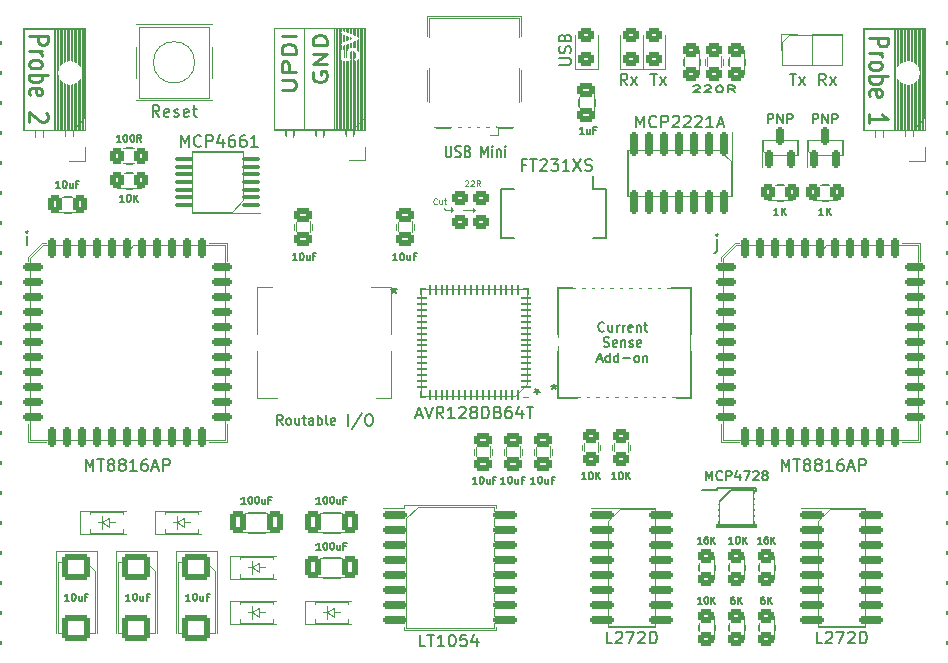
<source format=gbr>
%TF.GenerationSoftware,KiCad,Pcbnew,(6.0.6-0)*%
%TF.CreationDate,2022-07-26T08:46:40-07:00*%
%TF.ProjectId,BreadControlV3,42726561-6443-46f6-9e74-726f6c56332e,rev?*%
%TF.SameCoordinates,Original*%
%TF.FileFunction,Legend,Top*%
%TF.FilePolarity,Positive*%
%FSLAX46Y46*%
G04 Gerber Fmt 4.6, Leading zero omitted, Abs format (unit mm)*
G04 Created by KiCad (PCBNEW (6.0.6-0)) date 2022-07-26 08:46:40*
%MOMM*%
%LPD*%
G01*
G04 APERTURE LIST*
G04 Aperture macros list*
%AMRoundRect*
0 Rectangle with rounded corners*
0 $1 Rounding radius*
0 $2 $3 $4 $5 $6 $7 $8 $9 X,Y pos of 4 corners*
0 Add a 4 corners polygon primitive as box body*
4,1,4,$2,$3,$4,$5,$6,$7,$8,$9,$2,$3,0*
0 Add four circle primitives for the rounded corners*
1,1,$1+$1,$2,$3*
1,1,$1+$1,$4,$5*
1,1,$1+$1,$6,$7*
1,1,$1+$1,$8,$9*
0 Add four rect primitives between the rounded corners*
20,1,$1+$1,$2,$3,$4,$5,0*
20,1,$1+$1,$4,$5,$6,$7,0*
20,1,$1+$1,$6,$7,$8,$9,0*
20,1,$1+$1,$8,$9,$2,$3,0*%
G04 Aperture macros list end*
%ADD10C,0.150000*%
%ADD11C,0.125000*%
%ADD12C,0.250000*%
%ADD13C,0.200000*%
%ADD14C,0.120000*%
%ADD15C,0.100000*%
%ADD16C,2.000000*%
%ADD17RoundRect,0.250000X0.450000X-0.325000X0.450000X0.325000X-0.450000X0.325000X-0.450000X-0.325000X0*%
%ADD18RoundRect,0.250000X-0.925000X0.875000X-0.925000X-0.875000X0.925000X-0.875000X0.925000X0.875000X0*%
%ADD19RoundRect,0.250000X-0.450000X0.350000X-0.450000X-0.350000X0.450000X-0.350000X0.450000X0.350000X0*%
%ADD20R,0.400000X1.200000*%
%ADD21RoundRect,0.250000X0.450000X-0.350000X0.450000X0.350000X-0.450000X0.350000X-0.450000X-0.350000X0*%
%ADD22RoundRect,0.250000X-0.412500X-0.650000X0.412500X-0.650000X0.412500X0.650000X-0.412500X0.650000X0*%
%ADD23RoundRect,0.150000X-0.875000X-0.150000X0.875000X-0.150000X0.875000X0.150000X-0.875000X0.150000X0*%
%ADD24RoundRect,0.250000X-0.350000X-0.450000X0.350000X-0.450000X0.350000X0.450000X-0.350000X0.450000X0*%
%ADD25RoundRect,0.150000X-0.150000X0.825000X-0.150000X-0.825000X0.150000X-0.825000X0.150000X0.825000X0*%
%ADD26RoundRect,0.700000X0.000000X-0.150000X0.000000X-0.150000X0.000000X0.150000X0.000000X0.150000X0*%
%ADD27R,1.700000X1.700000*%
%ADD28O,1.700000X1.700000*%
%ADD29RoundRect,0.062500X0.350000X0.062500X-0.350000X0.062500X-0.350000X-0.062500X0.350000X-0.062500X0*%
%ADD30RoundRect,0.062500X0.062500X0.350000X-0.062500X0.350000X-0.062500X-0.350000X0.062500X-0.350000X0*%
%ADD31R,7.150000X7.150000*%
%ADD32RoundRect,0.250000X0.412500X0.650000X-0.412500X0.650000X-0.412500X-0.650000X0.412500X-0.650000X0*%
%ADD33RoundRect,0.250000X0.350000X0.450000X-0.350000X0.450000X-0.350000X-0.450000X0.350000X-0.450000X0*%
%ADD34C,0.900000*%
%ADD35R,0.500000X2.500000*%
%ADD36R,2.000000X2.500000*%
%ADD37C,1.600200*%
%ADD38R,0.558800X2.108200*%
%ADD39RoundRect,0.250000X0.475000X-0.337500X0.475000X0.337500X-0.475000X0.337500X-0.475000X-0.337500X0*%
%ADD40RoundRect,0.250000X-0.475000X0.337500X-0.475000X-0.337500X0.475000X-0.337500X0.475000X0.337500X0*%
%ADD41R,0.900000X1.200000*%
%ADD42RoundRect,0.150000X0.150000X-0.587500X0.150000X0.587500X-0.150000X0.587500X-0.150000X-0.587500X0*%
%ADD43R,1.400000X0.300000*%
%ADD44RoundRect,0.150000X-0.150000X-0.700000X0.150000X-0.700000X0.150000X0.700000X-0.150000X0.700000X0*%
%ADD45RoundRect,0.150000X-0.700000X-0.150000X0.700000X-0.150000X0.700000X0.150000X-0.700000X0.150000X0*%
%ADD46R,1.550000X1.300000*%
%ADD47RoundRect,0.100000X0.637500X0.100000X-0.637500X0.100000X-0.637500X-0.100000X0.637500X-0.100000X0*%
%ADD48RoundRect,0.250000X0.337500X0.475000X-0.337500X0.475000X-0.337500X-0.475000X0.337500X-0.475000X0*%
%ADD49RoundRect,0.150000X-0.825000X-0.150000X0.825000X-0.150000X0.825000X0.150000X-0.825000X0.150000X0*%
G04 APERTURE END LIST*
D10*
X80245142Y-51067714D02*
X80207047Y-51105809D01*
X80092761Y-51143904D01*
X80016571Y-51143904D01*
X79902285Y-51105809D01*
X79826095Y-51029619D01*
X79788000Y-50953428D01*
X79749904Y-50801047D01*
X79749904Y-50686761D01*
X79788000Y-50534380D01*
X79826095Y-50458190D01*
X79902285Y-50382000D01*
X80016571Y-50343904D01*
X80092761Y-50343904D01*
X80207047Y-50382000D01*
X80245142Y-50420095D01*
X80930857Y-50610571D02*
X80930857Y-51143904D01*
X80588000Y-50610571D02*
X80588000Y-51029619D01*
X80626095Y-51105809D01*
X80702285Y-51143904D01*
X80816571Y-51143904D01*
X80892761Y-51105809D01*
X80930857Y-51067714D01*
X81311809Y-51143904D02*
X81311809Y-50610571D01*
X81311809Y-50762952D02*
X81349904Y-50686761D01*
X81388000Y-50648666D01*
X81464190Y-50610571D01*
X81540380Y-50610571D01*
X81807047Y-51143904D02*
X81807047Y-50610571D01*
X81807047Y-50762952D02*
X81845142Y-50686761D01*
X81883238Y-50648666D01*
X81959428Y-50610571D01*
X82035619Y-50610571D01*
X82607047Y-51105809D02*
X82530857Y-51143904D01*
X82378476Y-51143904D01*
X82302285Y-51105809D01*
X82264190Y-51029619D01*
X82264190Y-50724857D01*
X82302285Y-50648666D01*
X82378476Y-50610571D01*
X82530857Y-50610571D01*
X82607047Y-50648666D01*
X82645142Y-50724857D01*
X82645142Y-50801047D01*
X82264190Y-50877238D01*
X82988000Y-50610571D02*
X82988000Y-51143904D01*
X82988000Y-50686761D02*
X83026095Y-50648666D01*
X83102285Y-50610571D01*
X83216571Y-50610571D01*
X83292761Y-50648666D01*
X83330857Y-50724857D01*
X83330857Y-51143904D01*
X83597523Y-50610571D02*
X83902285Y-50610571D01*
X83711809Y-50343904D02*
X83711809Y-51029619D01*
X83749904Y-51105809D01*
X83826095Y-51143904D01*
X83902285Y-51143904D01*
X80188000Y-52393809D02*
X80302285Y-52431904D01*
X80492761Y-52431904D01*
X80568952Y-52393809D01*
X80607047Y-52355714D01*
X80645142Y-52279523D01*
X80645142Y-52203333D01*
X80607047Y-52127142D01*
X80568952Y-52089047D01*
X80492761Y-52050952D01*
X80340380Y-52012857D01*
X80264190Y-51974761D01*
X80226095Y-51936666D01*
X80188000Y-51860476D01*
X80188000Y-51784285D01*
X80226095Y-51708095D01*
X80264190Y-51670000D01*
X80340380Y-51631904D01*
X80530857Y-51631904D01*
X80645142Y-51670000D01*
X81292761Y-52393809D02*
X81216571Y-52431904D01*
X81064190Y-52431904D01*
X80988000Y-52393809D01*
X80949904Y-52317619D01*
X80949904Y-52012857D01*
X80988000Y-51936666D01*
X81064190Y-51898571D01*
X81216571Y-51898571D01*
X81292761Y-51936666D01*
X81330857Y-52012857D01*
X81330857Y-52089047D01*
X80949904Y-52165238D01*
X81673714Y-51898571D02*
X81673714Y-52431904D01*
X81673714Y-51974761D02*
X81711809Y-51936666D01*
X81788000Y-51898571D01*
X81902285Y-51898571D01*
X81978476Y-51936666D01*
X82016571Y-52012857D01*
X82016571Y-52431904D01*
X82359428Y-52393809D02*
X82435619Y-52431904D01*
X82588000Y-52431904D01*
X82664190Y-52393809D01*
X82702285Y-52317619D01*
X82702285Y-52279523D01*
X82664190Y-52203333D01*
X82588000Y-52165238D01*
X82473714Y-52165238D01*
X82397523Y-52127142D01*
X82359428Y-52050952D01*
X82359428Y-52012857D01*
X82397523Y-51936666D01*
X82473714Y-51898571D01*
X82588000Y-51898571D01*
X82664190Y-51936666D01*
X83349904Y-52393809D02*
X83273714Y-52431904D01*
X83121333Y-52431904D01*
X83045142Y-52393809D01*
X83007047Y-52317619D01*
X83007047Y-52012857D01*
X83045142Y-51936666D01*
X83121333Y-51898571D01*
X83273714Y-51898571D01*
X83349904Y-51936666D01*
X83388000Y-52012857D01*
X83388000Y-52089047D01*
X83007047Y-52165238D01*
X79654666Y-53491333D02*
X80035619Y-53491333D01*
X79578476Y-53719904D02*
X79845142Y-52919904D01*
X80111809Y-53719904D01*
X80721333Y-53719904D02*
X80721333Y-52919904D01*
X80721333Y-53681809D02*
X80645142Y-53719904D01*
X80492761Y-53719904D01*
X80416571Y-53681809D01*
X80378476Y-53643714D01*
X80340380Y-53567523D01*
X80340380Y-53338952D01*
X80378476Y-53262761D01*
X80416571Y-53224666D01*
X80492761Y-53186571D01*
X80645142Y-53186571D01*
X80721333Y-53224666D01*
X81445142Y-53719904D02*
X81445142Y-52919904D01*
X81445142Y-53681809D02*
X81368952Y-53719904D01*
X81216571Y-53719904D01*
X81140380Y-53681809D01*
X81102285Y-53643714D01*
X81064190Y-53567523D01*
X81064190Y-53338952D01*
X81102285Y-53262761D01*
X81140380Y-53224666D01*
X81216571Y-53186571D01*
X81368952Y-53186571D01*
X81445142Y-53224666D01*
X81826095Y-53415142D02*
X82435619Y-53415142D01*
X82930857Y-53719904D02*
X82854666Y-53681809D01*
X82816571Y-53643714D01*
X82778476Y-53567523D01*
X82778476Y-53338952D01*
X82816571Y-53262761D01*
X82854666Y-53224666D01*
X82930857Y-53186571D01*
X83045142Y-53186571D01*
X83121333Y-53224666D01*
X83159428Y-53262761D01*
X83197523Y-53338952D01*
X83197523Y-53567523D01*
X83159428Y-53643714D01*
X83121333Y-53681809D01*
X83045142Y-53719904D01*
X82930857Y-53719904D01*
X83540380Y-53186571D02*
X83540380Y-53719904D01*
X83540380Y-53262761D02*
X83578476Y-53224666D01*
X83654666Y-53186571D01*
X83768952Y-53186571D01*
X83845142Y-53224666D01*
X83883238Y-53300857D01*
X83883238Y-53719904D01*
X82200761Y-30297380D02*
X81867428Y-29821190D01*
X81629333Y-30297380D02*
X81629333Y-29297380D01*
X82010285Y-29297380D01*
X82105523Y-29345000D01*
X82153142Y-29392619D01*
X82200761Y-29487857D01*
X82200761Y-29630714D01*
X82153142Y-29725952D01*
X82105523Y-29773571D01*
X82010285Y-29821190D01*
X81629333Y-29821190D01*
X82534095Y-30297380D02*
X83057904Y-29630714D01*
X82534095Y-29630714D02*
X83057904Y-30297380D01*
X34917142Y-73931428D02*
X34574285Y-73931428D01*
X34745714Y-73931428D02*
X34745714Y-73331428D01*
X34688571Y-73417142D01*
X34631428Y-73474285D01*
X34574285Y-73502857D01*
X35288571Y-73331428D02*
X35345714Y-73331428D01*
X35402857Y-73360000D01*
X35431428Y-73388571D01*
X35460000Y-73445714D01*
X35488571Y-73560000D01*
X35488571Y-73702857D01*
X35460000Y-73817142D01*
X35431428Y-73874285D01*
X35402857Y-73902857D01*
X35345714Y-73931428D01*
X35288571Y-73931428D01*
X35231428Y-73902857D01*
X35202857Y-73874285D01*
X35174285Y-73817142D01*
X35145714Y-73702857D01*
X35145714Y-73560000D01*
X35174285Y-73445714D01*
X35202857Y-73388571D01*
X35231428Y-73360000D01*
X35288571Y-73331428D01*
X36002857Y-73531428D02*
X36002857Y-73931428D01*
X35745714Y-73531428D02*
X35745714Y-73845714D01*
X35774285Y-73902857D01*
X35831428Y-73931428D01*
X35917142Y-73931428D01*
X35974285Y-73902857D01*
X36002857Y-73874285D01*
X36488571Y-73617142D02*
X36288571Y-73617142D01*
X36288571Y-73931428D02*
X36288571Y-73331428D01*
X36574285Y-73331428D01*
X93794285Y-73585428D02*
X93680000Y-73585428D01*
X93622857Y-73614000D01*
X93594285Y-73642571D01*
X93537142Y-73728285D01*
X93508571Y-73842571D01*
X93508571Y-74071142D01*
X93537142Y-74128285D01*
X93565714Y-74156857D01*
X93622857Y-74185428D01*
X93737142Y-74185428D01*
X93794285Y-74156857D01*
X93822857Y-74128285D01*
X93851428Y-74071142D01*
X93851428Y-73928285D01*
X93822857Y-73871142D01*
X93794285Y-73842571D01*
X93737142Y-73814000D01*
X93622857Y-73814000D01*
X93565714Y-73842571D01*
X93537142Y-73871142D01*
X93508571Y-73928285D01*
X94108571Y-74185428D02*
X94108571Y-73585428D01*
X94451428Y-74185428D02*
X94194285Y-73842571D01*
X94451428Y-73585428D02*
X94108571Y-73928285D01*
X73580952Y-37012571D02*
X73247619Y-37012571D01*
X73247619Y-37536380D02*
X73247619Y-36536380D01*
X73723809Y-36536380D01*
X73961904Y-36536380D02*
X74533333Y-36536380D01*
X74247619Y-37536380D02*
X74247619Y-36536380D01*
X74819047Y-36631619D02*
X74866666Y-36584000D01*
X74961904Y-36536380D01*
X75200000Y-36536380D01*
X75295238Y-36584000D01*
X75342857Y-36631619D01*
X75390476Y-36726857D01*
X75390476Y-36822095D01*
X75342857Y-36964952D01*
X74771428Y-37536380D01*
X75390476Y-37536380D01*
X75723809Y-36536380D02*
X76342857Y-36536380D01*
X76009523Y-36917333D01*
X76152380Y-36917333D01*
X76247619Y-36964952D01*
X76295238Y-37012571D01*
X76342857Y-37107809D01*
X76342857Y-37345904D01*
X76295238Y-37441142D01*
X76247619Y-37488761D01*
X76152380Y-37536380D01*
X75866666Y-37536380D01*
X75771428Y-37488761D01*
X75723809Y-37441142D01*
X77295238Y-37536380D02*
X76723809Y-37536380D01*
X77009523Y-37536380D02*
X77009523Y-36536380D01*
X76914285Y-36679238D01*
X76819047Y-36774476D01*
X76723809Y-36822095D01*
X77628571Y-36536380D02*
X78295238Y-37536380D01*
X78295238Y-36536380D02*
X77628571Y-37536380D01*
X78628571Y-37488761D02*
X78771428Y-37536380D01*
X79009523Y-37536380D01*
X79104761Y-37488761D01*
X79152380Y-37441142D01*
X79200000Y-37345904D01*
X79200000Y-37250666D01*
X79152380Y-37155428D01*
X79104761Y-37107809D01*
X79009523Y-37060190D01*
X78819047Y-37012571D01*
X78723809Y-36964952D01*
X78676190Y-36917333D01*
X78628571Y-36822095D01*
X78628571Y-36726857D01*
X78676190Y-36631619D01*
X78723809Y-36584000D01*
X78819047Y-36536380D01*
X79057142Y-36536380D01*
X79200000Y-36584000D01*
X91152714Y-69105428D02*
X90809857Y-69105428D01*
X90981285Y-69105428D02*
X90981285Y-68505428D01*
X90924142Y-68591142D01*
X90867000Y-68648285D01*
X90809857Y-68676857D01*
X91524142Y-68505428D02*
X91581285Y-68505428D01*
X91638428Y-68534000D01*
X91667000Y-68562571D01*
X91695571Y-68619714D01*
X91724142Y-68734000D01*
X91724142Y-68876857D01*
X91695571Y-68991142D01*
X91667000Y-69048285D01*
X91638428Y-69076857D01*
X91581285Y-69105428D01*
X91524142Y-69105428D01*
X91467000Y-69076857D01*
X91438428Y-69048285D01*
X91409857Y-68991142D01*
X91381285Y-68876857D01*
X91381285Y-68734000D01*
X91409857Y-68619714D01*
X91438428Y-68562571D01*
X91467000Y-68534000D01*
X91524142Y-68505428D01*
X91981285Y-69105428D02*
X91981285Y-68505428D01*
X92324142Y-69105428D02*
X92067000Y-68762571D01*
X92324142Y-68505428D02*
X91981285Y-68848285D01*
X56221428Y-69613428D02*
X55878571Y-69613428D01*
X56050000Y-69613428D02*
X56050000Y-69013428D01*
X55992857Y-69099142D01*
X55935714Y-69156285D01*
X55878571Y-69184857D01*
X56592857Y-69013428D02*
X56650000Y-69013428D01*
X56707142Y-69042000D01*
X56735714Y-69070571D01*
X56764285Y-69127714D01*
X56792857Y-69242000D01*
X56792857Y-69384857D01*
X56764285Y-69499142D01*
X56735714Y-69556285D01*
X56707142Y-69584857D01*
X56650000Y-69613428D01*
X56592857Y-69613428D01*
X56535714Y-69584857D01*
X56507142Y-69556285D01*
X56478571Y-69499142D01*
X56450000Y-69384857D01*
X56450000Y-69242000D01*
X56478571Y-69127714D01*
X56507142Y-69070571D01*
X56535714Y-69042000D01*
X56592857Y-69013428D01*
X57164285Y-69013428D02*
X57221428Y-69013428D01*
X57278571Y-69042000D01*
X57307142Y-69070571D01*
X57335714Y-69127714D01*
X57364285Y-69242000D01*
X57364285Y-69384857D01*
X57335714Y-69499142D01*
X57307142Y-69556285D01*
X57278571Y-69584857D01*
X57221428Y-69613428D01*
X57164285Y-69613428D01*
X57107142Y-69584857D01*
X57078571Y-69556285D01*
X57050000Y-69499142D01*
X57021428Y-69384857D01*
X57021428Y-69242000D01*
X57050000Y-69127714D01*
X57078571Y-69070571D01*
X57107142Y-69042000D01*
X57164285Y-69013428D01*
X57878571Y-69213428D02*
X57878571Y-69613428D01*
X57621428Y-69213428D02*
X57621428Y-69527714D01*
X57650000Y-69584857D01*
X57707142Y-69613428D01*
X57792857Y-69613428D01*
X57850000Y-69584857D01*
X57878571Y-69556285D01*
X58364285Y-69299142D02*
X58164285Y-69299142D01*
X58164285Y-69613428D02*
X58164285Y-69013428D01*
X58450000Y-69013428D01*
X65079809Y-77795380D02*
X64603619Y-77795380D01*
X64603619Y-76795380D01*
X65270285Y-76795380D02*
X65841714Y-76795380D01*
X65556000Y-77795380D02*
X65556000Y-76795380D01*
X66698857Y-77795380D02*
X66127428Y-77795380D01*
X66413142Y-77795380D02*
X66413142Y-76795380D01*
X66317904Y-76938238D01*
X66222666Y-77033476D01*
X66127428Y-77081095D01*
X67317904Y-76795380D02*
X67413142Y-76795380D01*
X67508380Y-76843000D01*
X67556000Y-76890619D01*
X67603619Y-76985857D01*
X67651238Y-77176333D01*
X67651238Y-77414428D01*
X67603619Y-77604904D01*
X67556000Y-77700142D01*
X67508380Y-77747761D01*
X67413142Y-77795380D01*
X67317904Y-77795380D01*
X67222666Y-77747761D01*
X67175047Y-77700142D01*
X67127428Y-77604904D01*
X67079809Y-77414428D01*
X67079809Y-77176333D01*
X67127428Y-76985857D01*
X67175047Y-76890619D01*
X67222666Y-76843000D01*
X67317904Y-76795380D01*
X68556000Y-76795380D02*
X68079809Y-76795380D01*
X68032190Y-77271571D01*
X68079809Y-77223952D01*
X68175047Y-77176333D01*
X68413142Y-77176333D01*
X68508380Y-77223952D01*
X68556000Y-77271571D01*
X68603619Y-77366809D01*
X68603619Y-77604904D01*
X68556000Y-77700142D01*
X68508380Y-77747761D01*
X68413142Y-77795380D01*
X68175047Y-77795380D01*
X68079809Y-77747761D01*
X68032190Y-77700142D01*
X69460761Y-77128714D02*
X69460761Y-77795380D01*
X69222666Y-76747761D02*
X68984571Y-77462047D01*
X69603619Y-77462047D01*
X45204142Y-73931428D02*
X44861285Y-73931428D01*
X45032714Y-73931428D02*
X45032714Y-73331428D01*
X44975571Y-73417142D01*
X44918428Y-73474285D01*
X44861285Y-73502857D01*
X45575571Y-73331428D02*
X45632714Y-73331428D01*
X45689857Y-73360000D01*
X45718428Y-73388571D01*
X45747000Y-73445714D01*
X45775571Y-73560000D01*
X45775571Y-73702857D01*
X45747000Y-73817142D01*
X45718428Y-73874285D01*
X45689857Y-73902857D01*
X45632714Y-73931428D01*
X45575571Y-73931428D01*
X45518428Y-73902857D01*
X45489857Y-73874285D01*
X45461285Y-73817142D01*
X45432714Y-73702857D01*
X45432714Y-73560000D01*
X45461285Y-73445714D01*
X45489857Y-73388571D01*
X45518428Y-73360000D01*
X45575571Y-73331428D01*
X46289857Y-73531428D02*
X46289857Y-73931428D01*
X46032714Y-73531428D02*
X46032714Y-73845714D01*
X46061285Y-73902857D01*
X46118428Y-73931428D01*
X46204142Y-73931428D01*
X46261285Y-73902857D01*
X46289857Y-73874285D01*
X46775571Y-73617142D02*
X46575571Y-73617142D01*
X46575571Y-73931428D02*
X46575571Y-73331428D01*
X46861285Y-73331428D01*
X94994428Y-41291428D02*
X94651571Y-41291428D01*
X94823000Y-41291428D02*
X94823000Y-40691428D01*
X94765857Y-40777142D01*
X94708714Y-40834285D01*
X94651571Y-40862857D01*
X95251571Y-41291428D02*
X95251571Y-40691428D01*
X95594428Y-41291428D02*
X95337285Y-40948571D01*
X95594428Y-40691428D02*
X95251571Y-41034285D01*
X82947333Y-33853380D02*
X82947333Y-32853380D01*
X83280666Y-33567666D01*
X83614000Y-32853380D01*
X83614000Y-33853380D01*
X84661619Y-33758142D02*
X84614000Y-33805761D01*
X84471142Y-33853380D01*
X84375904Y-33853380D01*
X84233047Y-33805761D01*
X84137809Y-33710523D01*
X84090190Y-33615285D01*
X84042571Y-33424809D01*
X84042571Y-33281952D01*
X84090190Y-33091476D01*
X84137809Y-32996238D01*
X84233047Y-32901000D01*
X84375904Y-32853380D01*
X84471142Y-32853380D01*
X84614000Y-32901000D01*
X84661619Y-32948619D01*
X85090190Y-33853380D02*
X85090190Y-32853380D01*
X85471142Y-32853380D01*
X85566380Y-32901000D01*
X85614000Y-32948619D01*
X85661619Y-33043857D01*
X85661619Y-33186714D01*
X85614000Y-33281952D01*
X85566380Y-33329571D01*
X85471142Y-33377190D01*
X85090190Y-33377190D01*
X86042571Y-32948619D02*
X86090190Y-32901000D01*
X86185428Y-32853380D01*
X86423523Y-32853380D01*
X86518761Y-32901000D01*
X86566380Y-32948619D01*
X86614000Y-33043857D01*
X86614000Y-33139095D01*
X86566380Y-33281952D01*
X85994952Y-33853380D01*
X86614000Y-33853380D01*
X86994952Y-32948619D02*
X87042571Y-32901000D01*
X87137809Y-32853380D01*
X87375904Y-32853380D01*
X87471142Y-32901000D01*
X87518761Y-32948619D01*
X87566380Y-33043857D01*
X87566380Y-33139095D01*
X87518761Y-33281952D01*
X86947333Y-33853380D01*
X87566380Y-33853380D01*
X87947333Y-32948619D02*
X87994952Y-32901000D01*
X88090190Y-32853380D01*
X88328285Y-32853380D01*
X88423523Y-32901000D01*
X88471142Y-32948619D01*
X88518761Y-33043857D01*
X88518761Y-33139095D01*
X88471142Y-33281952D01*
X87899714Y-33853380D01*
X88518761Y-33853380D01*
X89471142Y-33853380D02*
X88899714Y-33853380D01*
X89185428Y-33853380D02*
X89185428Y-32853380D01*
X89090190Y-32996238D01*
X88994952Y-33091476D01*
X88899714Y-33139095D01*
X89852095Y-33567666D02*
X90328285Y-33567666D01*
X89756857Y-33853380D02*
X90090190Y-32853380D01*
X90423523Y-33853380D01*
X95940809Y-29297380D02*
X96512238Y-29297380D01*
X96226523Y-30297380D02*
X96226523Y-29297380D01*
X96750333Y-30297380D02*
X97274142Y-29630714D01*
X96750333Y-29630714D02*
X97274142Y-30297380D01*
X98988428Y-30297380D02*
X98655095Y-29821190D01*
X98417000Y-30297380D02*
X98417000Y-29297380D01*
X98797952Y-29297380D01*
X98893190Y-29345000D01*
X98940809Y-29392619D01*
X98988428Y-29487857D01*
X98988428Y-29630714D01*
X98940809Y-29725952D01*
X98893190Y-29773571D01*
X98797952Y-29821190D01*
X98417000Y-29821190D01*
X99321761Y-30297380D02*
X99845571Y-29630714D01*
X99321761Y-29630714D02*
X99845571Y-30297380D01*
X64286428Y-58205666D02*
X64762619Y-58205666D01*
X64191190Y-58491380D02*
X64524523Y-57491380D01*
X64857857Y-58491380D01*
X65048333Y-57491380D02*
X65381666Y-58491380D01*
X65715000Y-57491380D01*
X66619761Y-58491380D02*
X66286428Y-58015190D01*
X66048333Y-58491380D02*
X66048333Y-57491380D01*
X66429285Y-57491380D01*
X66524523Y-57539000D01*
X66572142Y-57586619D01*
X66619761Y-57681857D01*
X66619761Y-57824714D01*
X66572142Y-57919952D01*
X66524523Y-57967571D01*
X66429285Y-58015190D01*
X66048333Y-58015190D01*
X67572142Y-58491380D02*
X67000714Y-58491380D01*
X67286428Y-58491380D02*
X67286428Y-57491380D01*
X67191190Y-57634238D01*
X67095952Y-57729476D01*
X67000714Y-57777095D01*
X67953095Y-57586619D02*
X68000714Y-57539000D01*
X68095952Y-57491380D01*
X68334047Y-57491380D01*
X68429285Y-57539000D01*
X68476904Y-57586619D01*
X68524523Y-57681857D01*
X68524523Y-57777095D01*
X68476904Y-57919952D01*
X67905476Y-58491380D01*
X68524523Y-58491380D01*
X69095952Y-57919952D02*
X69000714Y-57872333D01*
X68953095Y-57824714D01*
X68905476Y-57729476D01*
X68905476Y-57681857D01*
X68953095Y-57586619D01*
X69000714Y-57539000D01*
X69095952Y-57491380D01*
X69286428Y-57491380D01*
X69381666Y-57539000D01*
X69429285Y-57586619D01*
X69476904Y-57681857D01*
X69476904Y-57729476D01*
X69429285Y-57824714D01*
X69381666Y-57872333D01*
X69286428Y-57919952D01*
X69095952Y-57919952D01*
X69000714Y-57967571D01*
X68953095Y-58015190D01*
X68905476Y-58110428D01*
X68905476Y-58300904D01*
X68953095Y-58396142D01*
X69000714Y-58443761D01*
X69095952Y-58491380D01*
X69286428Y-58491380D01*
X69381666Y-58443761D01*
X69429285Y-58396142D01*
X69476904Y-58300904D01*
X69476904Y-58110428D01*
X69429285Y-58015190D01*
X69381666Y-57967571D01*
X69286428Y-57919952D01*
X69905476Y-58491380D02*
X69905476Y-57491380D01*
X70143571Y-57491380D01*
X70286428Y-57539000D01*
X70381666Y-57634238D01*
X70429285Y-57729476D01*
X70476904Y-57919952D01*
X70476904Y-58062809D01*
X70429285Y-58253285D01*
X70381666Y-58348523D01*
X70286428Y-58443761D01*
X70143571Y-58491380D01*
X69905476Y-58491380D01*
X71238809Y-57967571D02*
X71381666Y-58015190D01*
X71429285Y-58062809D01*
X71476904Y-58158047D01*
X71476904Y-58300904D01*
X71429285Y-58396142D01*
X71381666Y-58443761D01*
X71286428Y-58491380D01*
X70905476Y-58491380D01*
X70905476Y-57491380D01*
X71238809Y-57491380D01*
X71334047Y-57539000D01*
X71381666Y-57586619D01*
X71429285Y-57681857D01*
X71429285Y-57777095D01*
X71381666Y-57872333D01*
X71334047Y-57919952D01*
X71238809Y-57967571D01*
X70905476Y-57967571D01*
X72334047Y-57491380D02*
X72143571Y-57491380D01*
X72048333Y-57539000D01*
X72000714Y-57586619D01*
X71905476Y-57729476D01*
X71857857Y-57919952D01*
X71857857Y-58300904D01*
X71905476Y-58396142D01*
X71953095Y-58443761D01*
X72048333Y-58491380D01*
X72238809Y-58491380D01*
X72334047Y-58443761D01*
X72381666Y-58396142D01*
X72429285Y-58300904D01*
X72429285Y-58062809D01*
X72381666Y-57967571D01*
X72334047Y-57919952D01*
X72238809Y-57872333D01*
X72048333Y-57872333D01*
X71953095Y-57919952D01*
X71905476Y-57967571D01*
X71857857Y-58062809D01*
X73286428Y-57824714D02*
X73286428Y-58491380D01*
X73048333Y-57443761D02*
X72810238Y-58158047D01*
X73429285Y-58158047D01*
X73667380Y-57491380D02*
X74238809Y-57491380D01*
X73953095Y-58491380D02*
X73953095Y-57491380D01*
X74549000Y-56427619D02*
X74549000Y-56189523D01*
X74787095Y-56284761D02*
X74549000Y-56189523D01*
X74310904Y-56284761D01*
X74691857Y-55999047D02*
X74549000Y-56189523D01*
X74406142Y-55999047D01*
X56221428Y-65731428D02*
X55878571Y-65731428D01*
X56050000Y-65731428D02*
X56050000Y-65131428D01*
X55992857Y-65217142D01*
X55935714Y-65274285D01*
X55878571Y-65302857D01*
X56592857Y-65131428D02*
X56650000Y-65131428D01*
X56707142Y-65160000D01*
X56735714Y-65188571D01*
X56764285Y-65245714D01*
X56792857Y-65360000D01*
X56792857Y-65502857D01*
X56764285Y-65617142D01*
X56735714Y-65674285D01*
X56707142Y-65702857D01*
X56650000Y-65731428D01*
X56592857Y-65731428D01*
X56535714Y-65702857D01*
X56507142Y-65674285D01*
X56478571Y-65617142D01*
X56450000Y-65502857D01*
X56450000Y-65360000D01*
X56478571Y-65245714D01*
X56507142Y-65188571D01*
X56535714Y-65160000D01*
X56592857Y-65131428D01*
X57164285Y-65131428D02*
X57221428Y-65131428D01*
X57278571Y-65160000D01*
X57307142Y-65188571D01*
X57335714Y-65245714D01*
X57364285Y-65360000D01*
X57364285Y-65502857D01*
X57335714Y-65617142D01*
X57307142Y-65674285D01*
X57278571Y-65702857D01*
X57221428Y-65731428D01*
X57164285Y-65731428D01*
X57107142Y-65702857D01*
X57078571Y-65674285D01*
X57050000Y-65617142D01*
X57021428Y-65502857D01*
X57021428Y-65360000D01*
X57050000Y-65245714D01*
X57078571Y-65188571D01*
X57107142Y-65160000D01*
X57164285Y-65131428D01*
X57878571Y-65331428D02*
X57878571Y-65731428D01*
X57621428Y-65331428D02*
X57621428Y-65645714D01*
X57650000Y-65702857D01*
X57707142Y-65731428D01*
X57792857Y-65731428D01*
X57850000Y-65702857D01*
X57878571Y-65674285D01*
X58364285Y-65417142D02*
X58164285Y-65417142D01*
X58164285Y-65731428D02*
X58164285Y-65131428D01*
X58450000Y-65131428D01*
X39590714Y-40149428D02*
X39247857Y-40149428D01*
X39419285Y-40149428D02*
X39419285Y-39549428D01*
X39362142Y-39635142D01*
X39305000Y-39692285D01*
X39247857Y-39720857D01*
X39962142Y-39549428D02*
X40019285Y-39549428D01*
X40076428Y-39578000D01*
X40105000Y-39606571D01*
X40133571Y-39663714D01*
X40162142Y-39778000D01*
X40162142Y-39920857D01*
X40133571Y-40035142D01*
X40105000Y-40092285D01*
X40076428Y-40120857D01*
X40019285Y-40149428D01*
X39962142Y-40149428D01*
X39905000Y-40120857D01*
X39876428Y-40092285D01*
X39847857Y-40035142D01*
X39819285Y-39920857D01*
X39819285Y-39778000D01*
X39847857Y-39663714D01*
X39876428Y-39606571D01*
X39905000Y-39578000D01*
X39962142Y-39549428D01*
X40419285Y-40149428D02*
X40419285Y-39549428D01*
X40762142Y-40149428D02*
X40505000Y-39806571D01*
X40762142Y-39549428D02*
X40419285Y-39892285D01*
X66827714Y-35393380D02*
X66827714Y-36202904D01*
X66865809Y-36298142D01*
X66903904Y-36345761D01*
X66980095Y-36393380D01*
X67132476Y-36393380D01*
X67208666Y-36345761D01*
X67246761Y-36298142D01*
X67284857Y-36202904D01*
X67284857Y-35393380D01*
X67627714Y-36345761D02*
X67742000Y-36393380D01*
X67932476Y-36393380D01*
X68008666Y-36345761D01*
X68046761Y-36298142D01*
X68084857Y-36202904D01*
X68084857Y-36107666D01*
X68046761Y-36012428D01*
X68008666Y-35964809D01*
X67932476Y-35917190D01*
X67780095Y-35869571D01*
X67703904Y-35821952D01*
X67665809Y-35774333D01*
X67627714Y-35679095D01*
X67627714Y-35583857D01*
X67665809Y-35488619D01*
X67703904Y-35441000D01*
X67780095Y-35393380D01*
X67970571Y-35393380D01*
X68084857Y-35441000D01*
X68694380Y-35869571D02*
X68808666Y-35917190D01*
X68846761Y-35964809D01*
X68884857Y-36060047D01*
X68884857Y-36202904D01*
X68846761Y-36298142D01*
X68808666Y-36345761D01*
X68732476Y-36393380D01*
X68427714Y-36393380D01*
X68427714Y-35393380D01*
X68694380Y-35393380D01*
X68770571Y-35441000D01*
X68808666Y-35488619D01*
X68846761Y-35583857D01*
X68846761Y-35679095D01*
X68808666Y-35774333D01*
X68770571Y-35821952D01*
X68694380Y-35869571D01*
X68427714Y-35869571D01*
X69837238Y-36393380D02*
X69837238Y-35393380D01*
X70103904Y-36107666D01*
X70370571Y-35393380D01*
X70370571Y-36393380D01*
X70751523Y-36393380D02*
X70751523Y-35726714D01*
X70751523Y-35393380D02*
X70713428Y-35441000D01*
X70751523Y-35488619D01*
X70789619Y-35441000D01*
X70751523Y-35393380D01*
X70751523Y-35488619D01*
X71132476Y-35726714D02*
X71132476Y-36393380D01*
X71132476Y-35821952D02*
X71170571Y-35774333D01*
X71246761Y-35726714D01*
X71361047Y-35726714D01*
X71437238Y-35774333D01*
X71475333Y-35869571D01*
X71475333Y-36393380D01*
X71856285Y-36393380D02*
X71856285Y-35726714D01*
X71856285Y-35393380D02*
X71818190Y-35441000D01*
X71856285Y-35488619D01*
X71894380Y-35441000D01*
X71856285Y-35393380D01*
X71856285Y-35488619D01*
D11*
X68457047Y-38381809D02*
X68480857Y-38358000D01*
X68528476Y-38334190D01*
X68647523Y-38334190D01*
X68695142Y-38358000D01*
X68718952Y-38381809D01*
X68742761Y-38429428D01*
X68742761Y-38477047D01*
X68718952Y-38548476D01*
X68433238Y-38834190D01*
X68742761Y-38834190D01*
X68933238Y-38381809D02*
X68957047Y-38358000D01*
X69004666Y-38334190D01*
X69123714Y-38334190D01*
X69171333Y-38358000D01*
X69195142Y-38381809D01*
X69218952Y-38429428D01*
X69218952Y-38477047D01*
X69195142Y-38548476D01*
X68909428Y-38834190D01*
X69218952Y-38834190D01*
X69718952Y-38834190D02*
X69552285Y-38596095D01*
X69433238Y-38834190D02*
X69433238Y-38334190D01*
X69623714Y-38334190D01*
X69671333Y-38358000D01*
X69695142Y-38381809D01*
X69718952Y-38429428D01*
X69718952Y-38500857D01*
X69695142Y-38548476D01*
X69671333Y-38572285D01*
X69623714Y-38596095D01*
X69433238Y-38596095D01*
D10*
X62455001Y-47427080D02*
X62455001Y-47665176D01*
X62216905Y-47569938D02*
X62455001Y-47665176D01*
X62693096Y-47569938D01*
X62312143Y-47855652D02*
X62455001Y-47665176D01*
X62597858Y-47855652D01*
X62455001Y-47427080D02*
X62455001Y-47665176D01*
X62216905Y-47569938D02*
X62455001Y-47665176D01*
X62693096Y-47569938D01*
X62312143Y-47855652D02*
X62455001Y-47665176D01*
X62597858Y-47855652D01*
X53010047Y-59035904D02*
X52743380Y-58654952D01*
X52552904Y-59035904D02*
X52552904Y-58235904D01*
X52857666Y-58235904D01*
X52933857Y-58274000D01*
X52971952Y-58312095D01*
X53010047Y-58388285D01*
X53010047Y-58502571D01*
X52971952Y-58578761D01*
X52933857Y-58616857D01*
X52857666Y-58654952D01*
X52552904Y-58654952D01*
X53467190Y-59035904D02*
X53391000Y-58997809D01*
X53352904Y-58959714D01*
X53314809Y-58883523D01*
X53314809Y-58654952D01*
X53352904Y-58578761D01*
X53391000Y-58540666D01*
X53467190Y-58502571D01*
X53581476Y-58502571D01*
X53657666Y-58540666D01*
X53695761Y-58578761D01*
X53733857Y-58654952D01*
X53733857Y-58883523D01*
X53695761Y-58959714D01*
X53657666Y-58997809D01*
X53581476Y-59035904D01*
X53467190Y-59035904D01*
X54419571Y-58502571D02*
X54419571Y-59035904D01*
X54076714Y-58502571D02*
X54076714Y-58921619D01*
X54114809Y-58997809D01*
X54191000Y-59035904D01*
X54305285Y-59035904D01*
X54381476Y-58997809D01*
X54419571Y-58959714D01*
X54686238Y-58502571D02*
X54991000Y-58502571D01*
X54800523Y-58235904D02*
X54800523Y-58921619D01*
X54838619Y-58997809D01*
X54914809Y-59035904D01*
X54991000Y-59035904D01*
X55600523Y-59035904D02*
X55600523Y-58616857D01*
X55562428Y-58540666D01*
X55486238Y-58502571D01*
X55333857Y-58502571D01*
X55257666Y-58540666D01*
X55600523Y-58997809D02*
X55524333Y-59035904D01*
X55333857Y-59035904D01*
X55257666Y-58997809D01*
X55219571Y-58921619D01*
X55219571Y-58845428D01*
X55257666Y-58769238D01*
X55333857Y-58731142D01*
X55524333Y-58731142D01*
X55600523Y-58693047D01*
X55981476Y-59035904D02*
X55981476Y-58235904D01*
X55981476Y-58540666D02*
X56057666Y-58502571D01*
X56210047Y-58502571D01*
X56286238Y-58540666D01*
X56324333Y-58578761D01*
X56362428Y-58654952D01*
X56362428Y-58883523D01*
X56324333Y-58959714D01*
X56286238Y-58997809D01*
X56210047Y-59035904D01*
X56057666Y-59035904D01*
X55981476Y-58997809D01*
X56819571Y-59035904D02*
X56743380Y-58997809D01*
X56705285Y-58921619D01*
X56705285Y-58235904D01*
X57429095Y-58997809D02*
X57352904Y-59035904D01*
X57200523Y-59035904D01*
X57124333Y-58997809D01*
X57086238Y-58921619D01*
X57086238Y-58616857D01*
X57124333Y-58540666D01*
X57200523Y-58502571D01*
X57352904Y-58502571D01*
X57429095Y-58540666D01*
X57467190Y-58616857D01*
X57467190Y-58693047D01*
X57086238Y-58769238D01*
X58515380Y-59126380D02*
X58515380Y-58126380D01*
X59705857Y-58078761D02*
X58848714Y-59364476D01*
X60229666Y-58126380D02*
X60420142Y-58126380D01*
X60515380Y-58174000D01*
X60610619Y-58269238D01*
X60658238Y-58459714D01*
X60658238Y-58793047D01*
X60610619Y-58983523D01*
X60515380Y-59078761D01*
X60420142Y-59126380D01*
X60229666Y-59126380D01*
X60134428Y-59078761D01*
X60039190Y-58983523D01*
X59991571Y-58793047D01*
X59991571Y-58459714D01*
X60039190Y-58269238D01*
X60134428Y-58174000D01*
X60229666Y-58126380D01*
X81246714Y-63644428D02*
X80903857Y-63644428D01*
X81075285Y-63644428D02*
X81075285Y-63044428D01*
X81018142Y-63130142D01*
X80961000Y-63187285D01*
X80903857Y-63215857D01*
X81618142Y-63044428D02*
X81675285Y-63044428D01*
X81732428Y-63073000D01*
X81761000Y-63101571D01*
X81789571Y-63158714D01*
X81818142Y-63273000D01*
X81818142Y-63415857D01*
X81789571Y-63530142D01*
X81761000Y-63587285D01*
X81732428Y-63615857D01*
X81675285Y-63644428D01*
X81618142Y-63644428D01*
X81561000Y-63615857D01*
X81532428Y-63587285D01*
X81503857Y-63530142D01*
X81475285Y-63415857D01*
X81475285Y-63273000D01*
X81503857Y-63158714D01*
X81532428Y-63101571D01*
X81561000Y-63073000D01*
X81618142Y-63044428D01*
X82075285Y-63644428D02*
X82075285Y-63044428D01*
X82418142Y-63644428D02*
X82161000Y-63301571D01*
X82418142Y-63044428D02*
X82075285Y-63387285D01*
X69461142Y-64025428D02*
X69118285Y-64025428D01*
X69289714Y-64025428D02*
X69289714Y-63425428D01*
X69232571Y-63511142D01*
X69175428Y-63568285D01*
X69118285Y-63596857D01*
X69832571Y-63425428D02*
X69889714Y-63425428D01*
X69946857Y-63454000D01*
X69975428Y-63482571D01*
X70004000Y-63539714D01*
X70032571Y-63654000D01*
X70032571Y-63796857D01*
X70004000Y-63911142D01*
X69975428Y-63968285D01*
X69946857Y-63996857D01*
X69889714Y-64025428D01*
X69832571Y-64025428D01*
X69775428Y-63996857D01*
X69746857Y-63968285D01*
X69718285Y-63911142D01*
X69689714Y-63796857D01*
X69689714Y-63654000D01*
X69718285Y-63539714D01*
X69746857Y-63482571D01*
X69775428Y-63454000D01*
X69832571Y-63425428D01*
X70546857Y-63625428D02*
X70546857Y-64025428D01*
X70289714Y-63625428D02*
X70289714Y-63939714D01*
X70318285Y-63996857D01*
X70375428Y-64025428D01*
X70461142Y-64025428D01*
X70518285Y-63996857D01*
X70546857Y-63968285D01*
X71032571Y-63711142D02*
X70832571Y-63711142D01*
X70832571Y-64025428D02*
X70832571Y-63425428D01*
X71118285Y-63425428D01*
X88485714Y-74185428D02*
X88142857Y-74185428D01*
X88314285Y-74185428D02*
X88314285Y-73585428D01*
X88257142Y-73671142D01*
X88200000Y-73728285D01*
X88142857Y-73756857D01*
X88857142Y-73585428D02*
X88914285Y-73585428D01*
X88971428Y-73614000D01*
X89000000Y-73642571D01*
X89028571Y-73699714D01*
X89057142Y-73814000D01*
X89057142Y-73956857D01*
X89028571Y-74071142D01*
X89000000Y-74128285D01*
X88971428Y-74156857D01*
X88914285Y-74185428D01*
X88857142Y-74185428D01*
X88800000Y-74156857D01*
X88771428Y-74128285D01*
X88742857Y-74071142D01*
X88714285Y-73956857D01*
X88714285Y-73814000D01*
X88742857Y-73699714D01*
X88771428Y-73642571D01*
X88800000Y-73614000D01*
X88857142Y-73585428D01*
X89314285Y-74185428D02*
X89314285Y-73585428D01*
X89657142Y-74185428D02*
X89400000Y-73842571D01*
X89657142Y-73585428D02*
X89314285Y-73928285D01*
X98804428Y-41291428D02*
X98461571Y-41291428D01*
X98633000Y-41291428D02*
X98633000Y-40691428D01*
X98575857Y-40777142D01*
X98518714Y-40834285D01*
X98461571Y-40862857D01*
X99061571Y-41291428D02*
X99061571Y-40691428D01*
X99404428Y-41291428D02*
X99147285Y-40948571D01*
X99404428Y-40691428D02*
X99061571Y-41034285D01*
D12*
X55625200Y-29184457D02*
X55568057Y-29327314D01*
X55568057Y-29541600D01*
X55625200Y-29755885D01*
X55739485Y-29898742D01*
X55853771Y-29970171D01*
X56082342Y-30041600D01*
X56253771Y-30041600D01*
X56482342Y-29970171D01*
X56596628Y-29898742D01*
X56710914Y-29755885D01*
X56768057Y-29541600D01*
X56768057Y-29398742D01*
X56710914Y-29184457D01*
X56653771Y-29113028D01*
X56253771Y-29113028D01*
X56253771Y-29398742D01*
X56768057Y-28470171D02*
X55568057Y-28470171D01*
X56768057Y-27613028D01*
X55568057Y-27613028D01*
X56768057Y-26898742D02*
X55568057Y-26898742D01*
X55568057Y-26541600D01*
X55625200Y-26327314D01*
X55739485Y-26184457D01*
X55853771Y-26113028D01*
X56082342Y-26041600D01*
X56253771Y-26041600D01*
X56482342Y-26113028D01*
X56596628Y-26184457D01*
X56710914Y-26327314D01*
X56768057Y-26541600D01*
X56768057Y-26898742D01*
X52926457Y-30708314D02*
X53897885Y-30708314D01*
X54012171Y-30636885D01*
X54069314Y-30565457D01*
X54126457Y-30422600D01*
X54126457Y-30136885D01*
X54069314Y-29994028D01*
X54012171Y-29922600D01*
X53897885Y-29851171D01*
X52926457Y-29851171D01*
X54126457Y-29136885D02*
X52926457Y-29136885D01*
X52926457Y-28565457D01*
X52983600Y-28422600D01*
X53040742Y-28351171D01*
X53155028Y-28279742D01*
X53326457Y-28279742D01*
X53440742Y-28351171D01*
X53497885Y-28422600D01*
X53555028Y-28565457D01*
X53555028Y-29136885D01*
X54126457Y-27636885D02*
X52926457Y-27636885D01*
X52926457Y-27279742D01*
X52983600Y-27065457D01*
X53097885Y-26922600D01*
X53212171Y-26851171D01*
X53440742Y-26779742D01*
X53612171Y-26779742D01*
X53840742Y-26851171D01*
X53955028Y-26922600D01*
X54069314Y-27065457D01*
X54126457Y-27279742D01*
X54126457Y-27636885D01*
X54126457Y-26136885D02*
X52926457Y-26136885D01*
X31534190Y-26127523D02*
X33134190Y-26127523D01*
X33134190Y-26622761D01*
X33058000Y-26746571D01*
X32981809Y-26808476D01*
X32829428Y-26870380D01*
X32600857Y-26870380D01*
X32448476Y-26808476D01*
X32372285Y-26746571D01*
X32296095Y-26622761D01*
X32296095Y-26127523D01*
X31534190Y-27427523D02*
X32600857Y-27427523D01*
X32296095Y-27427523D02*
X32448476Y-27489428D01*
X32524666Y-27551333D01*
X32600857Y-27675142D01*
X32600857Y-27798952D01*
X31534190Y-28418000D02*
X31610380Y-28294190D01*
X31686571Y-28232285D01*
X31838952Y-28170380D01*
X32296095Y-28170380D01*
X32448476Y-28232285D01*
X32524666Y-28294190D01*
X32600857Y-28418000D01*
X32600857Y-28603714D01*
X32524666Y-28727523D01*
X32448476Y-28789428D01*
X32296095Y-28851333D01*
X31838952Y-28851333D01*
X31686571Y-28789428D01*
X31610380Y-28727523D01*
X31534190Y-28603714D01*
X31534190Y-28418000D01*
X31534190Y-29408476D02*
X33134190Y-29408476D01*
X32524666Y-29408476D02*
X32600857Y-29532285D01*
X32600857Y-29779904D01*
X32524666Y-29903714D01*
X32448476Y-29965619D01*
X32296095Y-30027523D01*
X31838952Y-30027523D01*
X31686571Y-29965619D01*
X31610380Y-29903714D01*
X31534190Y-29779904D01*
X31534190Y-29532285D01*
X31610380Y-29408476D01*
X31610380Y-31079904D02*
X31534190Y-30956095D01*
X31534190Y-30708476D01*
X31610380Y-30584666D01*
X31762761Y-30522761D01*
X32372285Y-30522761D01*
X32524666Y-30584666D01*
X32600857Y-30708476D01*
X32600857Y-30956095D01*
X32524666Y-31079904D01*
X32372285Y-31141809D01*
X32219904Y-31141809D01*
X32067523Y-30522761D01*
X32981809Y-32627523D02*
X33058000Y-32689428D01*
X33134190Y-32813238D01*
X33134190Y-33122761D01*
X33058000Y-33246571D01*
X32981809Y-33308476D01*
X32829428Y-33370380D01*
X32677047Y-33370380D01*
X32448476Y-33308476D01*
X31534190Y-32565619D01*
X31534190Y-33370380D01*
D10*
X62730142Y-45102428D02*
X62387285Y-45102428D01*
X62558714Y-45102428D02*
X62558714Y-44502428D01*
X62501571Y-44588142D01*
X62444428Y-44645285D01*
X62387285Y-44673857D01*
X63101571Y-44502428D02*
X63158714Y-44502428D01*
X63215857Y-44531000D01*
X63244428Y-44559571D01*
X63273000Y-44616714D01*
X63301571Y-44731000D01*
X63301571Y-44873857D01*
X63273000Y-44988142D01*
X63244428Y-45045285D01*
X63215857Y-45073857D01*
X63158714Y-45102428D01*
X63101571Y-45102428D01*
X63044428Y-45073857D01*
X63015857Y-45045285D01*
X62987285Y-44988142D01*
X62958714Y-44873857D01*
X62958714Y-44731000D01*
X62987285Y-44616714D01*
X63015857Y-44559571D01*
X63044428Y-44531000D01*
X63101571Y-44502428D01*
X63815857Y-44702428D02*
X63815857Y-45102428D01*
X63558714Y-44702428D02*
X63558714Y-45016714D01*
X63587285Y-45073857D01*
X63644428Y-45102428D01*
X63730142Y-45102428D01*
X63787285Y-45073857D01*
X63815857Y-45045285D01*
X64301571Y-44788142D02*
X64101571Y-44788142D01*
X64101571Y-45102428D02*
X64101571Y-44502428D01*
X64387285Y-44502428D01*
X76414380Y-28566904D02*
X77223904Y-28566904D01*
X77319142Y-28519285D01*
X77366761Y-28471666D01*
X77414380Y-28376428D01*
X77414380Y-28185952D01*
X77366761Y-28090714D01*
X77319142Y-28043095D01*
X77223904Y-27995476D01*
X76414380Y-27995476D01*
X77366761Y-27566904D02*
X77414380Y-27424047D01*
X77414380Y-27185952D01*
X77366761Y-27090714D01*
X77319142Y-27043095D01*
X77223904Y-26995476D01*
X77128666Y-26995476D01*
X77033428Y-27043095D01*
X76985809Y-27090714D01*
X76938190Y-27185952D01*
X76890571Y-27376428D01*
X76842952Y-27471666D01*
X76795333Y-27519285D01*
X76700095Y-27566904D01*
X76604857Y-27566904D01*
X76509619Y-27519285D01*
X76462000Y-27471666D01*
X76414380Y-27376428D01*
X76414380Y-27138333D01*
X76462000Y-26995476D01*
X76890571Y-26233571D02*
X76938190Y-26090714D01*
X76985809Y-26043095D01*
X77081047Y-25995476D01*
X77223904Y-25995476D01*
X77319142Y-26043095D01*
X77366761Y-26090714D01*
X77414380Y-26185952D01*
X77414380Y-26566904D01*
X76414380Y-26566904D01*
X76414380Y-26233571D01*
X76462000Y-26138333D01*
X76509619Y-26090714D01*
X76604857Y-26043095D01*
X76700095Y-26043095D01*
X76795333Y-26090714D01*
X76842952Y-26138333D01*
X76890571Y-26233571D01*
X76890571Y-26566904D01*
X97904428Y-33508904D02*
X97904428Y-32708904D01*
X98209190Y-32708904D01*
X98285380Y-32747000D01*
X98323476Y-32785095D01*
X98361571Y-32861285D01*
X98361571Y-32975571D01*
X98323476Y-33051761D01*
X98285380Y-33089857D01*
X98209190Y-33127952D01*
X97904428Y-33127952D01*
X98704428Y-33508904D02*
X98704428Y-32708904D01*
X99161571Y-33508904D01*
X99161571Y-32708904D01*
X99542523Y-33508904D02*
X99542523Y-32708904D01*
X99847285Y-32708904D01*
X99923476Y-32747000D01*
X99961571Y-32785095D01*
X99999666Y-32861285D01*
X99999666Y-32975571D01*
X99961571Y-33051761D01*
X99923476Y-33089857D01*
X99847285Y-33127952D01*
X99542523Y-33127952D01*
X88849523Y-63734904D02*
X88849523Y-62934904D01*
X89116190Y-63506333D01*
X89382857Y-62934904D01*
X89382857Y-63734904D01*
X90220952Y-63658714D02*
X90182857Y-63696809D01*
X90068571Y-63734904D01*
X89992380Y-63734904D01*
X89878095Y-63696809D01*
X89801904Y-63620619D01*
X89763809Y-63544428D01*
X89725714Y-63392047D01*
X89725714Y-63277761D01*
X89763809Y-63125380D01*
X89801904Y-63049190D01*
X89878095Y-62973000D01*
X89992380Y-62934904D01*
X90068571Y-62934904D01*
X90182857Y-62973000D01*
X90220952Y-63011095D01*
X90563809Y-63734904D02*
X90563809Y-62934904D01*
X90868571Y-62934904D01*
X90944761Y-62973000D01*
X90982857Y-63011095D01*
X91020952Y-63087285D01*
X91020952Y-63201571D01*
X90982857Y-63277761D01*
X90944761Y-63315857D01*
X90868571Y-63353952D01*
X90563809Y-63353952D01*
X91706666Y-63201571D02*
X91706666Y-63734904D01*
X91516190Y-62896809D02*
X91325714Y-63468238D01*
X91820952Y-63468238D01*
X92049523Y-62934904D02*
X92582857Y-62934904D01*
X92240000Y-63734904D01*
X92849523Y-63011095D02*
X92887619Y-62973000D01*
X92963809Y-62934904D01*
X93154285Y-62934904D01*
X93230476Y-62973000D01*
X93268571Y-63011095D01*
X93306666Y-63087285D01*
X93306666Y-63163476D01*
X93268571Y-63277761D01*
X92811428Y-63734904D01*
X93306666Y-63734904D01*
X93763809Y-63277761D02*
X93687619Y-63239666D01*
X93649523Y-63201571D01*
X93611428Y-63125380D01*
X93611428Y-63087285D01*
X93649523Y-63011095D01*
X93687619Y-62973000D01*
X93763809Y-62934904D01*
X93916190Y-62934904D01*
X93992380Y-62973000D01*
X94030476Y-63011095D01*
X94068571Y-63087285D01*
X94068571Y-63125380D01*
X94030476Y-63201571D01*
X93992380Y-63239666D01*
X93916190Y-63277761D01*
X93763809Y-63277761D01*
X93687619Y-63315857D01*
X93649523Y-63353952D01*
X93611428Y-63430142D01*
X93611428Y-63582523D01*
X93649523Y-63658714D01*
X93687619Y-63696809D01*
X93763809Y-63734904D01*
X93916190Y-63734904D01*
X93992380Y-63696809D01*
X94030476Y-63658714D01*
X94068571Y-63582523D01*
X94068571Y-63430142D01*
X94030476Y-63353952D01*
X93992380Y-63315857D01*
X93916190Y-63277761D01*
X95258380Y-62936380D02*
X95258380Y-61936380D01*
X95591714Y-62650666D01*
X95925047Y-61936380D01*
X95925047Y-62936380D01*
X96258380Y-61936380D02*
X96829809Y-61936380D01*
X96544095Y-62936380D02*
X96544095Y-61936380D01*
X97306000Y-62364952D02*
X97210761Y-62317333D01*
X97163142Y-62269714D01*
X97115523Y-62174476D01*
X97115523Y-62126857D01*
X97163142Y-62031619D01*
X97210761Y-61984000D01*
X97306000Y-61936380D01*
X97496476Y-61936380D01*
X97591714Y-61984000D01*
X97639333Y-62031619D01*
X97686952Y-62126857D01*
X97686952Y-62174476D01*
X97639333Y-62269714D01*
X97591714Y-62317333D01*
X97496476Y-62364952D01*
X97306000Y-62364952D01*
X97210761Y-62412571D01*
X97163142Y-62460190D01*
X97115523Y-62555428D01*
X97115523Y-62745904D01*
X97163142Y-62841142D01*
X97210761Y-62888761D01*
X97306000Y-62936380D01*
X97496476Y-62936380D01*
X97591714Y-62888761D01*
X97639333Y-62841142D01*
X97686952Y-62745904D01*
X97686952Y-62555428D01*
X97639333Y-62460190D01*
X97591714Y-62412571D01*
X97496476Y-62364952D01*
X98258380Y-62364952D02*
X98163142Y-62317333D01*
X98115523Y-62269714D01*
X98067904Y-62174476D01*
X98067904Y-62126857D01*
X98115523Y-62031619D01*
X98163142Y-61984000D01*
X98258380Y-61936380D01*
X98448857Y-61936380D01*
X98544095Y-61984000D01*
X98591714Y-62031619D01*
X98639333Y-62126857D01*
X98639333Y-62174476D01*
X98591714Y-62269714D01*
X98544095Y-62317333D01*
X98448857Y-62364952D01*
X98258380Y-62364952D01*
X98163142Y-62412571D01*
X98115523Y-62460190D01*
X98067904Y-62555428D01*
X98067904Y-62745904D01*
X98115523Y-62841142D01*
X98163142Y-62888761D01*
X98258380Y-62936380D01*
X98448857Y-62936380D01*
X98544095Y-62888761D01*
X98591714Y-62841142D01*
X98639333Y-62745904D01*
X98639333Y-62555428D01*
X98591714Y-62460190D01*
X98544095Y-62412571D01*
X98448857Y-62364952D01*
X99591714Y-62936380D02*
X99020285Y-62936380D01*
X99306000Y-62936380D02*
X99306000Y-61936380D01*
X99210761Y-62079238D01*
X99115523Y-62174476D01*
X99020285Y-62222095D01*
X100448857Y-61936380D02*
X100258380Y-61936380D01*
X100163142Y-61984000D01*
X100115523Y-62031619D01*
X100020285Y-62174476D01*
X99972666Y-62364952D01*
X99972666Y-62745904D01*
X100020285Y-62841142D01*
X100067904Y-62888761D01*
X100163142Y-62936380D01*
X100353619Y-62936380D01*
X100448857Y-62888761D01*
X100496476Y-62841142D01*
X100544095Y-62745904D01*
X100544095Y-62507809D01*
X100496476Y-62412571D01*
X100448857Y-62364952D01*
X100353619Y-62317333D01*
X100163142Y-62317333D01*
X100067904Y-62364952D01*
X100020285Y-62412571D01*
X99972666Y-62507809D01*
X100925047Y-62650666D02*
X101401238Y-62650666D01*
X100829809Y-62936380D02*
X101163142Y-61936380D01*
X101496476Y-62936380D01*
X101829809Y-62936380D02*
X101829809Y-61936380D01*
X102210761Y-61936380D01*
X102306000Y-61984000D01*
X102353619Y-62031619D01*
X102401238Y-62126857D01*
X102401238Y-62269714D01*
X102353619Y-62364952D01*
X102306000Y-62412571D01*
X102210761Y-62460190D01*
X101829809Y-62460190D01*
X89789000Y-43303857D02*
X89789000Y-44332428D01*
X89731857Y-44446714D01*
X89617571Y-44503857D01*
X89560428Y-44503857D01*
X89789000Y-42903857D02*
X89731857Y-42961000D01*
X89789000Y-43018142D01*
X89846142Y-42961000D01*
X89789000Y-42903857D01*
X89789000Y-43018142D01*
X40124142Y-73931428D02*
X39781285Y-73931428D01*
X39952714Y-73931428D02*
X39952714Y-73331428D01*
X39895571Y-73417142D01*
X39838428Y-73474285D01*
X39781285Y-73502857D01*
X40495571Y-73331428D02*
X40552714Y-73331428D01*
X40609857Y-73360000D01*
X40638428Y-73388571D01*
X40667000Y-73445714D01*
X40695571Y-73560000D01*
X40695571Y-73702857D01*
X40667000Y-73817142D01*
X40638428Y-73874285D01*
X40609857Y-73902857D01*
X40552714Y-73931428D01*
X40495571Y-73931428D01*
X40438428Y-73902857D01*
X40409857Y-73874285D01*
X40381285Y-73817142D01*
X40352714Y-73702857D01*
X40352714Y-73560000D01*
X40381285Y-73445714D01*
X40409857Y-73388571D01*
X40438428Y-73360000D01*
X40495571Y-73331428D01*
X41209857Y-73531428D02*
X41209857Y-73931428D01*
X40952714Y-73531428D02*
X40952714Y-73845714D01*
X40981285Y-73902857D01*
X41038428Y-73931428D01*
X41124142Y-73931428D01*
X41181285Y-73902857D01*
X41209857Y-73874285D01*
X41695571Y-73617142D02*
X41495571Y-73617142D01*
X41495571Y-73931428D02*
X41495571Y-73331428D01*
X41781285Y-73331428D01*
D13*
X42576904Y-32964380D02*
X42243571Y-32488190D01*
X42005476Y-32964380D02*
X42005476Y-31964380D01*
X42386428Y-31964380D01*
X42481666Y-32012000D01*
X42529285Y-32059619D01*
X42576904Y-32154857D01*
X42576904Y-32297714D01*
X42529285Y-32392952D01*
X42481666Y-32440571D01*
X42386428Y-32488190D01*
X42005476Y-32488190D01*
X43386428Y-32916761D02*
X43291190Y-32964380D01*
X43100714Y-32964380D01*
X43005476Y-32916761D01*
X42957857Y-32821523D01*
X42957857Y-32440571D01*
X43005476Y-32345333D01*
X43100714Y-32297714D01*
X43291190Y-32297714D01*
X43386428Y-32345333D01*
X43434047Y-32440571D01*
X43434047Y-32535809D01*
X42957857Y-32631047D01*
X43815000Y-32916761D02*
X43910238Y-32964380D01*
X44100714Y-32964380D01*
X44195952Y-32916761D01*
X44243571Y-32821523D01*
X44243571Y-32773904D01*
X44195952Y-32678666D01*
X44100714Y-32631047D01*
X43957857Y-32631047D01*
X43862619Y-32583428D01*
X43815000Y-32488190D01*
X43815000Y-32440571D01*
X43862619Y-32345333D01*
X43957857Y-32297714D01*
X44100714Y-32297714D01*
X44195952Y-32345333D01*
X45053095Y-32916761D02*
X44957857Y-32964380D01*
X44767380Y-32964380D01*
X44672142Y-32916761D01*
X44624523Y-32821523D01*
X44624523Y-32440571D01*
X44672142Y-32345333D01*
X44767380Y-32297714D01*
X44957857Y-32297714D01*
X45053095Y-32345333D01*
X45100714Y-32440571D01*
X45100714Y-32535809D01*
X44624523Y-32631047D01*
X45386428Y-32297714D02*
X45767380Y-32297714D01*
X45529285Y-31964380D02*
X45529285Y-32821523D01*
X45576904Y-32916761D01*
X45672142Y-32964380D01*
X45767380Y-32964380D01*
D10*
X39305000Y-35069428D02*
X38962142Y-35069428D01*
X39133571Y-35069428D02*
X39133571Y-34469428D01*
X39076428Y-34555142D01*
X39019285Y-34612285D01*
X38962142Y-34640857D01*
X39676428Y-34469428D02*
X39733571Y-34469428D01*
X39790714Y-34498000D01*
X39819285Y-34526571D01*
X39847857Y-34583714D01*
X39876428Y-34698000D01*
X39876428Y-34840857D01*
X39847857Y-34955142D01*
X39819285Y-35012285D01*
X39790714Y-35040857D01*
X39733571Y-35069428D01*
X39676428Y-35069428D01*
X39619285Y-35040857D01*
X39590714Y-35012285D01*
X39562142Y-34955142D01*
X39533571Y-34840857D01*
X39533571Y-34698000D01*
X39562142Y-34583714D01*
X39590714Y-34526571D01*
X39619285Y-34498000D01*
X39676428Y-34469428D01*
X40247857Y-34469428D02*
X40305000Y-34469428D01*
X40362142Y-34498000D01*
X40390714Y-34526571D01*
X40419285Y-34583714D01*
X40447857Y-34698000D01*
X40447857Y-34840857D01*
X40419285Y-34955142D01*
X40390714Y-35012285D01*
X40362142Y-35040857D01*
X40305000Y-35069428D01*
X40247857Y-35069428D01*
X40190714Y-35040857D01*
X40162142Y-35012285D01*
X40133571Y-34955142D01*
X40105000Y-34840857D01*
X40105000Y-34698000D01*
X40133571Y-34583714D01*
X40162142Y-34526571D01*
X40190714Y-34498000D01*
X40247857Y-34469428D01*
X41047857Y-35069428D02*
X40847857Y-34783714D01*
X40705000Y-35069428D02*
X40705000Y-34469428D01*
X40933571Y-34469428D01*
X40990714Y-34498000D01*
X41019285Y-34526571D01*
X41047857Y-34583714D01*
X41047857Y-34669428D01*
X41019285Y-34726571D01*
X40990714Y-34755142D01*
X40933571Y-34783714D01*
X40705000Y-34783714D01*
D11*
X66079714Y-40310571D02*
X66055904Y-40334380D01*
X65984476Y-40358190D01*
X65936857Y-40358190D01*
X65865428Y-40334380D01*
X65817809Y-40286761D01*
X65794000Y-40239142D01*
X65770190Y-40143904D01*
X65770190Y-40072476D01*
X65794000Y-39977238D01*
X65817809Y-39929619D01*
X65865428Y-39882000D01*
X65936857Y-39858190D01*
X65984476Y-39858190D01*
X66055904Y-39882000D01*
X66079714Y-39905809D01*
X66508285Y-40024857D02*
X66508285Y-40358190D01*
X66294000Y-40024857D02*
X66294000Y-40286761D01*
X66317809Y-40334380D01*
X66365428Y-40358190D01*
X66436857Y-40358190D01*
X66484476Y-40334380D01*
X66508285Y-40310571D01*
X66674952Y-40024857D02*
X66865428Y-40024857D01*
X66746380Y-39858190D02*
X66746380Y-40286761D01*
X66770190Y-40334380D01*
X66817809Y-40358190D01*
X66865428Y-40358190D01*
D10*
X91254285Y-73585428D02*
X91140000Y-73585428D01*
X91082857Y-73614000D01*
X91054285Y-73642571D01*
X90997142Y-73728285D01*
X90968571Y-73842571D01*
X90968571Y-74071142D01*
X90997142Y-74128285D01*
X91025714Y-74156857D01*
X91082857Y-74185428D01*
X91197142Y-74185428D01*
X91254285Y-74156857D01*
X91282857Y-74128285D01*
X91311428Y-74071142D01*
X91311428Y-73928285D01*
X91282857Y-73871142D01*
X91254285Y-73842571D01*
X91197142Y-73814000D01*
X91082857Y-73814000D01*
X91025714Y-73842571D01*
X90997142Y-73871142D01*
X90968571Y-73928285D01*
X91568571Y-74185428D02*
X91568571Y-73585428D01*
X91911428Y-74185428D02*
X91654285Y-73842571D01*
X91911428Y-73585428D02*
X91568571Y-73928285D01*
X71874142Y-64025428D02*
X71531285Y-64025428D01*
X71702714Y-64025428D02*
X71702714Y-63425428D01*
X71645571Y-63511142D01*
X71588428Y-63568285D01*
X71531285Y-63596857D01*
X72245571Y-63425428D02*
X72302714Y-63425428D01*
X72359857Y-63454000D01*
X72388428Y-63482571D01*
X72417000Y-63539714D01*
X72445571Y-63654000D01*
X72445571Y-63796857D01*
X72417000Y-63911142D01*
X72388428Y-63968285D01*
X72359857Y-63996857D01*
X72302714Y-64025428D01*
X72245571Y-64025428D01*
X72188428Y-63996857D01*
X72159857Y-63968285D01*
X72131285Y-63911142D01*
X72102714Y-63796857D01*
X72102714Y-63654000D01*
X72131285Y-63539714D01*
X72159857Y-63482571D01*
X72188428Y-63454000D01*
X72245571Y-63425428D01*
X72959857Y-63625428D02*
X72959857Y-64025428D01*
X72702714Y-63625428D02*
X72702714Y-63939714D01*
X72731285Y-63996857D01*
X72788428Y-64025428D01*
X72874142Y-64025428D01*
X72931285Y-63996857D01*
X72959857Y-63968285D01*
X73445571Y-63711142D02*
X73245571Y-63711142D01*
X73245571Y-64025428D02*
X73245571Y-63425428D01*
X73531285Y-63425428D01*
X44386904Y-35504380D02*
X44386904Y-34504380D01*
X44720238Y-35218666D01*
X45053571Y-34504380D01*
X45053571Y-35504380D01*
X46101190Y-35409142D02*
X46053571Y-35456761D01*
X45910714Y-35504380D01*
X45815476Y-35504380D01*
X45672619Y-35456761D01*
X45577380Y-35361523D01*
X45529761Y-35266285D01*
X45482142Y-35075809D01*
X45482142Y-34932952D01*
X45529761Y-34742476D01*
X45577380Y-34647238D01*
X45672619Y-34552000D01*
X45815476Y-34504380D01*
X45910714Y-34504380D01*
X46053571Y-34552000D01*
X46101190Y-34599619D01*
X46529761Y-35504380D02*
X46529761Y-34504380D01*
X46910714Y-34504380D01*
X47005952Y-34552000D01*
X47053571Y-34599619D01*
X47101190Y-34694857D01*
X47101190Y-34837714D01*
X47053571Y-34932952D01*
X47005952Y-34980571D01*
X46910714Y-35028190D01*
X46529761Y-35028190D01*
X47958333Y-34837714D02*
X47958333Y-35504380D01*
X47720238Y-34456761D02*
X47482142Y-35171047D01*
X48101190Y-35171047D01*
X48910714Y-34504380D02*
X48720238Y-34504380D01*
X48625000Y-34552000D01*
X48577380Y-34599619D01*
X48482142Y-34742476D01*
X48434523Y-34932952D01*
X48434523Y-35313904D01*
X48482142Y-35409142D01*
X48529761Y-35456761D01*
X48625000Y-35504380D01*
X48815476Y-35504380D01*
X48910714Y-35456761D01*
X48958333Y-35409142D01*
X49005952Y-35313904D01*
X49005952Y-35075809D01*
X48958333Y-34980571D01*
X48910714Y-34932952D01*
X48815476Y-34885333D01*
X48625000Y-34885333D01*
X48529761Y-34932952D01*
X48482142Y-34980571D01*
X48434523Y-35075809D01*
X49863095Y-34504380D02*
X49672619Y-34504380D01*
X49577380Y-34552000D01*
X49529761Y-34599619D01*
X49434523Y-34742476D01*
X49386904Y-34932952D01*
X49386904Y-35313904D01*
X49434523Y-35409142D01*
X49482142Y-35456761D01*
X49577380Y-35504380D01*
X49767857Y-35504380D01*
X49863095Y-35456761D01*
X49910714Y-35409142D01*
X49958333Y-35313904D01*
X49958333Y-35075809D01*
X49910714Y-34980571D01*
X49863095Y-34932952D01*
X49767857Y-34885333D01*
X49577380Y-34885333D01*
X49482142Y-34932952D01*
X49434523Y-34980571D01*
X49386904Y-35075809D01*
X50910714Y-35504380D02*
X50339285Y-35504380D01*
X50625000Y-35504380D02*
X50625000Y-34504380D01*
X50529761Y-34647238D01*
X50434523Y-34742476D01*
X50339285Y-34790095D01*
X49871428Y-65731428D02*
X49528571Y-65731428D01*
X49700000Y-65731428D02*
X49700000Y-65131428D01*
X49642857Y-65217142D01*
X49585714Y-65274285D01*
X49528571Y-65302857D01*
X50242857Y-65131428D02*
X50300000Y-65131428D01*
X50357142Y-65160000D01*
X50385714Y-65188571D01*
X50414285Y-65245714D01*
X50442857Y-65360000D01*
X50442857Y-65502857D01*
X50414285Y-65617142D01*
X50385714Y-65674285D01*
X50357142Y-65702857D01*
X50300000Y-65731428D01*
X50242857Y-65731428D01*
X50185714Y-65702857D01*
X50157142Y-65674285D01*
X50128571Y-65617142D01*
X50100000Y-65502857D01*
X50100000Y-65360000D01*
X50128571Y-65245714D01*
X50157142Y-65188571D01*
X50185714Y-65160000D01*
X50242857Y-65131428D01*
X50814285Y-65131428D02*
X50871428Y-65131428D01*
X50928571Y-65160000D01*
X50957142Y-65188571D01*
X50985714Y-65245714D01*
X51014285Y-65360000D01*
X51014285Y-65502857D01*
X50985714Y-65617142D01*
X50957142Y-65674285D01*
X50928571Y-65702857D01*
X50871428Y-65731428D01*
X50814285Y-65731428D01*
X50757142Y-65702857D01*
X50728571Y-65674285D01*
X50700000Y-65617142D01*
X50671428Y-65502857D01*
X50671428Y-65360000D01*
X50700000Y-65245714D01*
X50728571Y-65188571D01*
X50757142Y-65160000D01*
X50814285Y-65131428D01*
X51528571Y-65331428D02*
X51528571Y-65731428D01*
X51271428Y-65331428D02*
X51271428Y-65645714D01*
X51300000Y-65702857D01*
X51357142Y-65731428D01*
X51442857Y-65731428D01*
X51500000Y-65702857D01*
X51528571Y-65674285D01*
X52014285Y-65417142D02*
X51814285Y-65417142D01*
X51814285Y-65731428D02*
X51814285Y-65131428D01*
X52100000Y-65131428D01*
X87796904Y-30351571D02*
X87844523Y-30323000D01*
X87939761Y-30294428D01*
X88177857Y-30294428D01*
X88273095Y-30323000D01*
X88320714Y-30351571D01*
X88368333Y-30408714D01*
X88368333Y-30465857D01*
X88320714Y-30551571D01*
X87749285Y-30894428D01*
X88368333Y-30894428D01*
X88749285Y-30351571D02*
X88796904Y-30323000D01*
X88892142Y-30294428D01*
X89130238Y-30294428D01*
X89225476Y-30323000D01*
X89273095Y-30351571D01*
X89320714Y-30408714D01*
X89320714Y-30465857D01*
X89273095Y-30551571D01*
X88701666Y-30894428D01*
X89320714Y-30894428D01*
X89939761Y-30294428D02*
X90035000Y-30294428D01*
X90130238Y-30323000D01*
X90177857Y-30351571D01*
X90225476Y-30408714D01*
X90273095Y-30523000D01*
X90273095Y-30665857D01*
X90225476Y-30780142D01*
X90177857Y-30837285D01*
X90130238Y-30865857D01*
X90035000Y-30894428D01*
X89939761Y-30894428D01*
X89844523Y-30865857D01*
X89796904Y-30837285D01*
X89749285Y-30780142D01*
X89701666Y-30665857D01*
X89701666Y-30523000D01*
X89749285Y-30408714D01*
X89796904Y-30351571D01*
X89844523Y-30323000D01*
X89939761Y-30294428D01*
X91273095Y-30894428D02*
X90939761Y-30608714D01*
X90701666Y-30894428D02*
X90701666Y-30294428D01*
X91082619Y-30294428D01*
X91177857Y-30323000D01*
X91225476Y-30351571D01*
X91273095Y-30408714D01*
X91273095Y-30494428D01*
X91225476Y-30551571D01*
X91177857Y-30580142D01*
X91082619Y-30608714D01*
X90701666Y-30608714D01*
X74414142Y-64025428D02*
X74071285Y-64025428D01*
X74242714Y-64025428D02*
X74242714Y-63425428D01*
X74185571Y-63511142D01*
X74128428Y-63568285D01*
X74071285Y-63596857D01*
X74785571Y-63425428D02*
X74842714Y-63425428D01*
X74899857Y-63454000D01*
X74928428Y-63482571D01*
X74957000Y-63539714D01*
X74985571Y-63654000D01*
X74985571Y-63796857D01*
X74957000Y-63911142D01*
X74928428Y-63968285D01*
X74899857Y-63996857D01*
X74842714Y-64025428D01*
X74785571Y-64025428D01*
X74728428Y-63996857D01*
X74699857Y-63968285D01*
X74671285Y-63911142D01*
X74642714Y-63796857D01*
X74642714Y-63654000D01*
X74671285Y-63539714D01*
X74699857Y-63482571D01*
X74728428Y-63454000D01*
X74785571Y-63425428D01*
X75499857Y-63625428D02*
X75499857Y-64025428D01*
X75242714Y-63625428D02*
X75242714Y-63939714D01*
X75271285Y-63996857D01*
X75328428Y-64025428D01*
X75414142Y-64025428D01*
X75471285Y-63996857D01*
X75499857Y-63968285D01*
X75985571Y-63711142D02*
X75785571Y-63711142D01*
X75785571Y-64025428D02*
X75785571Y-63425428D01*
X76071285Y-63425428D01*
D12*
X102654190Y-26254523D02*
X104254190Y-26254523D01*
X104254190Y-26749761D01*
X104178000Y-26873571D01*
X104101809Y-26935476D01*
X103949428Y-26997380D01*
X103720857Y-26997380D01*
X103568476Y-26935476D01*
X103492285Y-26873571D01*
X103416095Y-26749761D01*
X103416095Y-26254523D01*
X102654190Y-27554523D02*
X103720857Y-27554523D01*
X103416095Y-27554523D02*
X103568476Y-27616428D01*
X103644666Y-27678333D01*
X103720857Y-27802142D01*
X103720857Y-27925952D01*
X102654190Y-28545000D02*
X102730380Y-28421190D01*
X102806571Y-28359285D01*
X102958952Y-28297380D01*
X103416095Y-28297380D01*
X103568476Y-28359285D01*
X103644666Y-28421190D01*
X103720857Y-28545000D01*
X103720857Y-28730714D01*
X103644666Y-28854523D01*
X103568476Y-28916428D01*
X103416095Y-28978333D01*
X102958952Y-28978333D01*
X102806571Y-28916428D01*
X102730380Y-28854523D01*
X102654190Y-28730714D01*
X102654190Y-28545000D01*
X102654190Y-29535476D02*
X104254190Y-29535476D01*
X103644666Y-29535476D02*
X103720857Y-29659285D01*
X103720857Y-29906904D01*
X103644666Y-30030714D01*
X103568476Y-30092619D01*
X103416095Y-30154523D01*
X102958952Y-30154523D01*
X102806571Y-30092619D01*
X102730380Y-30030714D01*
X102654190Y-29906904D01*
X102654190Y-29659285D01*
X102730380Y-29535476D01*
X102730380Y-31206904D02*
X102654190Y-31083095D01*
X102654190Y-30835476D01*
X102730380Y-30711666D01*
X102882761Y-30649761D01*
X103492285Y-30649761D01*
X103644666Y-30711666D01*
X103720857Y-30835476D01*
X103720857Y-31083095D01*
X103644666Y-31206904D01*
X103492285Y-31268809D01*
X103339904Y-31268809D01*
X103187523Y-30649761D01*
X102654190Y-33497380D02*
X102654190Y-32754523D01*
X102654190Y-33125952D02*
X104254190Y-33125952D01*
X104025619Y-33002142D01*
X103873238Y-32878333D01*
X103797047Y-32754523D01*
D10*
X54221142Y-45102428D02*
X53878285Y-45102428D01*
X54049714Y-45102428D02*
X54049714Y-44502428D01*
X53992571Y-44588142D01*
X53935428Y-44645285D01*
X53878285Y-44673857D01*
X54592571Y-44502428D02*
X54649714Y-44502428D01*
X54706857Y-44531000D01*
X54735428Y-44559571D01*
X54764000Y-44616714D01*
X54792571Y-44731000D01*
X54792571Y-44873857D01*
X54764000Y-44988142D01*
X54735428Y-45045285D01*
X54706857Y-45073857D01*
X54649714Y-45102428D01*
X54592571Y-45102428D01*
X54535428Y-45073857D01*
X54506857Y-45045285D01*
X54478285Y-44988142D01*
X54449714Y-44873857D01*
X54449714Y-44731000D01*
X54478285Y-44616714D01*
X54506857Y-44559571D01*
X54535428Y-44531000D01*
X54592571Y-44502428D01*
X55306857Y-44702428D02*
X55306857Y-45102428D01*
X55049714Y-44702428D02*
X55049714Y-45016714D01*
X55078285Y-45073857D01*
X55135428Y-45102428D01*
X55221142Y-45102428D01*
X55278285Y-45073857D01*
X55306857Y-45045285D01*
X55792571Y-44788142D02*
X55592571Y-44788142D01*
X55592571Y-45102428D02*
X55592571Y-44502428D01*
X55878285Y-44502428D01*
X78509857Y-34434428D02*
X78167000Y-34434428D01*
X78338428Y-34434428D02*
X78338428Y-33834428D01*
X78281285Y-33920142D01*
X78224142Y-33977285D01*
X78167000Y-34005857D01*
X79024142Y-34034428D02*
X79024142Y-34434428D01*
X78767000Y-34034428D02*
X78767000Y-34348714D01*
X78795571Y-34405857D01*
X78852714Y-34434428D01*
X78938428Y-34434428D01*
X78995571Y-34405857D01*
X79024142Y-34377285D01*
X79509857Y-34120142D02*
X79309857Y-34120142D01*
X79309857Y-34434428D02*
X79309857Y-33834428D01*
X79595571Y-33834428D01*
X34155142Y-38977428D02*
X33812285Y-38977428D01*
X33983714Y-38977428D02*
X33983714Y-38377428D01*
X33926571Y-38463142D01*
X33869428Y-38520285D01*
X33812285Y-38548857D01*
X34526571Y-38377428D02*
X34583714Y-38377428D01*
X34640857Y-38406000D01*
X34669428Y-38434571D01*
X34698000Y-38491714D01*
X34726571Y-38606000D01*
X34726571Y-38748857D01*
X34698000Y-38863142D01*
X34669428Y-38920285D01*
X34640857Y-38948857D01*
X34583714Y-38977428D01*
X34526571Y-38977428D01*
X34469428Y-38948857D01*
X34440857Y-38920285D01*
X34412285Y-38863142D01*
X34383714Y-38748857D01*
X34383714Y-38606000D01*
X34412285Y-38491714D01*
X34440857Y-38434571D01*
X34469428Y-38406000D01*
X34526571Y-38377428D01*
X35240857Y-38577428D02*
X35240857Y-38977428D01*
X34983714Y-38577428D02*
X34983714Y-38891714D01*
X35012285Y-38948857D01*
X35069428Y-38977428D01*
X35155142Y-38977428D01*
X35212285Y-38948857D01*
X35240857Y-38920285D01*
X35726571Y-38663142D02*
X35526571Y-38663142D01*
X35526571Y-38977428D02*
X35526571Y-38377428D01*
X35812285Y-38377428D01*
X94094428Y-33508904D02*
X94094428Y-32708904D01*
X94399190Y-32708904D01*
X94475380Y-32747000D01*
X94513476Y-32785095D01*
X94551571Y-32861285D01*
X94551571Y-32975571D01*
X94513476Y-33051761D01*
X94475380Y-33089857D01*
X94399190Y-33127952D01*
X94094428Y-33127952D01*
X94894428Y-33508904D02*
X94894428Y-32708904D01*
X95351571Y-33508904D01*
X95351571Y-32708904D01*
X95732523Y-33508904D02*
X95732523Y-32708904D01*
X96037285Y-32708904D01*
X96113476Y-32747000D01*
X96151571Y-32785095D01*
X96189666Y-32861285D01*
X96189666Y-32975571D01*
X96151571Y-33051761D01*
X96113476Y-33089857D01*
X96037285Y-33127952D01*
X95732523Y-33127952D01*
X93565714Y-69105428D02*
X93222857Y-69105428D01*
X93394285Y-69105428D02*
X93394285Y-68505428D01*
X93337142Y-68591142D01*
X93280000Y-68648285D01*
X93222857Y-68676857D01*
X94080000Y-68505428D02*
X93965714Y-68505428D01*
X93908571Y-68534000D01*
X93880000Y-68562571D01*
X93822857Y-68648285D01*
X93794285Y-68762571D01*
X93794285Y-68991142D01*
X93822857Y-69048285D01*
X93851428Y-69076857D01*
X93908571Y-69105428D01*
X94022857Y-69105428D01*
X94080000Y-69076857D01*
X94108571Y-69048285D01*
X94137142Y-68991142D01*
X94137142Y-68848285D01*
X94108571Y-68791142D01*
X94080000Y-68762571D01*
X94022857Y-68734000D01*
X93908571Y-68734000D01*
X93851428Y-68762571D01*
X93822857Y-68791142D01*
X93794285Y-68848285D01*
X94394285Y-69105428D02*
X94394285Y-68505428D01*
X94737142Y-69105428D02*
X94480000Y-68762571D01*
X94737142Y-68505428D02*
X94394285Y-68848285D01*
X98710952Y-77541380D02*
X98234761Y-77541380D01*
X98234761Y-76541380D01*
X98996666Y-76636619D02*
X99044285Y-76589000D01*
X99139523Y-76541380D01*
X99377619Y-76541380D01*
X99472857Y-76589000D01*
X99520476Y-76636619D01*
X99568095Y-76731857D01*
X99568095Y-76827095D01*
X99520476Y-76969952D01*
X98949047Y-77541380D01*
X99568095Y-77541380D01*
X99901428Y-76541380D02*
X100568095Y-76541380D01*
X100139523Y-77541380D01*
X100901428Y-76636619D02*
X100949047Y-76589000D01*
X101044285Y-76541380D01*
X101282380Y-76541380D01*
X101377619Y-76589000D01*
X101425238Y-76636619D01*
X101472857Y-76731857D01*
X101472857Y-76827095D01*
X101425238Y-76969952D01*
X100853809Y-77541380D01*
X101472857Y-77541380D01*
X101901428Y-77541380D02*
X101901428Y-76541380D01*
X102139523Y-76541380D01*
X102282380Y-76589000D01*
X102377619Y-76684238D01*
X102425238Y-76779476D01*
X102472857Y-76969952D01*
X102472857Y-77112809D01*
X102425238Y-77303285D01*
X102377619Y-77398523D01*
X102282380Y-77493761D01*
X102139523Y-77541380D01*
X101901428Y-77541380D01*
X88485714Y-69105428D02*
X88142857Y-69105428D01*
X88314285Y-69105428D02*
X88314285Y-68505428D01*
X88257142Y-68591142D01*
X88200000Y-68648285D01*
X88142857Y-68676857D01*
X89000000Y-68505428D02*
X88885714Y-68505428D01*
X88828571Y-68534000D01*
X88800000Y-68562571D01*
X88742857Y-68648285D01*
X88714285Y-68762571D01*
X88714285Y-68991142D01*
X88742857Y-69048285D01*
X88771428Y-69076857D01*
X88828571Y-69105428D01*
X88942857Y-69105428D01*
X89000000Y-69076857D01*
X89028571Y-69048285D01*
X89057142Y-68991142D01*
X89057142Y-68848285D01*
X89028571Y-68791142D01*
X89000000Y-68762571D01*
X88942857Y-68734000D01*
X88828571Y-68734000D01*
X88771428Y-68762571D01*
X88742857Y-68791142D01*
X88714285Y-68848285D01*
X89314285Y-69105428D02*
X89314285Y-68505428D01*
X89657142Y-69105428D02*
X89400000Y-68762571D01*
X89657142Y-68505428D02*
X89314285Y-68848285D01*
X36330380Y-62936380D02*
X36330380Y-61936380D01*
X36663714Y-62650666D01*
X36997047Y-61936380D01*
X36997047Y-62936380D01*
X37330380Y-61936380D02*
X37901809Y-61936380D01*
X37616095Y-62936380D02*
X37616095Y-61936380D01*
X38378000Y-62364952D02*
X38282761Y-62317333D01*
X38235142Y-62269714D01*
X38187523Y-62174476D01*
X38187523Y-62126857D01*
X38235142Y-62031619D01*
X38282761Y-61984000D01*
X38378000Y-61936380D01*
X38568476Y-61936380D01*
X38663714Y-61984000D01*
X38711333Y-62031619D01*
X38758952Y-62126857D01*
X38758952Y-62174476D01*
X38711333Y-62269714D01*
X38663714Y-62317333D01*
X38568476Y-62364952D01*
X38378000Y-62364952D01*
X38282761Y-62412571D01*
X38235142Y-62460190D01*
X38187523Y-62555428D01*
X38187523Y-62745904D01*
X38235142Y-62841142D01*
X38282761Y-62888761D01*
X38378000Y-62936380D01*
X38568476Y-62936380D01*
X38663714Y-62888761D01*
X38711333Y-62841142D01*
X38758952Y-62745904D01*
X38758952Y-62555428D01*
X38711333Y-62460190D01*
X38663714Y-62412571D01*
X38568476Y-62364952D01*
X39330380Y-62364952D02*
X39235142Y-62317333D01*
X39187523Y-62269714D01*
X39139904Y-62174476D01*
X39139904Y-62126857D01*
X39187523Y-62031619D01*
X39235142Y-61984000D01*
X39330380Y-61936380D01*
X39520857Y-61936380D01*
X39616095Y-61984000D01*
X39663714Y-62031619D01*
X39711333Y-62126857D01*
X39711333Y-62174476D01*
X39663714Y-62269714D01*
X39616095Y-62317333D01*
X39520857Y-62364952D01*
X39330380Y-62364952D01*
X39235142Y-62412571D01*
X39187523Y-62460190D01*
X39139904Y-62555428D01*
X39139904Y-62745904D01*
X39187523Y-62841142D01*
X39235142Y-62888761D01*
X39330380Y-62936380D01*
X39520857Y-62936380D01*
X39616095Y-62888761D01*
X39663714Y-62841142D01*
X39711333Y-62745904D01*
X39711333Y-62555428D01*
X39663714Y-62460190D01*
X39616095Y-62412571D01*
X39520857Y-62364952D01*
X40663714Y-62936380D02*
X40092285Y-62936380D01*
X40378000Y-62936380D02*
X40378000Y-61936380D01*
X40282761Y-62079238D01*
X40187523Y-62174476D01*
X40092285Y-62222095D01*
X41520857Y-61936380D02*
X41330380Y-61936380D01*
X41235142Y-61984000D01*
X41187523Y-62031619D01*
X41092285Y-62174476D01*
X41044666Y-62364952D01*
X41044666Y-62745904D01*
X41092285Y-62841142D01*
X41139904Y-62888761D01*
X41235142Y-62936380D01*
X41425619Y-62936380D01*
X41520857Y-62888761D01*
X41568476Y-62841142D01*
X41616095Y-62745904D01*
X41616095Y-62507809D01*
X41568476Y-62412571D01*
X41520857Y-62364952D01*
X41425619Y-62317333D01*
X41235142Y-62317333D01*
X41139904Y-62364952D01*
X41092285Y-62412571D01*
X41044666Y-62507809D01*
X41997047Y-62650666D02*
X42473238Y-62650666D01*
X41901809Y-62936380D02*
X42235142Y-61936380D01*
X42568476Y-62936380D01*
X42901809Y-62936380D02*
X42901809Y-61936380D01*
X43282761Y-61936380D01*
X43378000Y-61984000D01*
X43425619Y-62031619D01*
X43473238Y-62126857D01*
X43473238Y-62269714D01*
X43425619Y-62364952D01*
X43378000Y-62412571D01*
X43282761Y-62460190D01*
X42901809Y-62460190D01*
X31369000Y-43849857D02*
X31369000Y-43049857D01*
X31369000Y-42649857D02*
X31311857Y-42707000D01*
X31369000Y-42764142D01*
X31426142Y-42707000D01*
X31369000Y-42649857D01*
X31369000Y-42764142D01*
X84145523Y-29297380D02*
X84716952Y-29297380D01*
X84431238Y-30297380D02*
X84431238Y-29297380D01*
X84955047Y-30297380D02*
X85478857Y-29630714D01*
X84955047Y-29630714D02*
X85478857Y-30297380D01*
X75974999Y-55617680D02*
X75974999Y-55855776D01*
X75736903Y-55760538D02*
X75974999Y-55855776D01*
X76213094Y-55760538D01*
X75832141Y-56046252D02*
X75974999Y-55855776D01*
X76117856Y-56046252D01*
X75974999Y-55617680D02*
X75974999Y-55855776D01*
X75736903Y-55760538D02*
X75974999Y-55855776D01*
X76213094Y-55760538D01*
X75832141Y-56046252D02*
X75974999Y-55855776D01*
X76117856Y-56046252D01*
X80930952Y-77541380D02*
X80454761Y-77541380D01*
X80454761Y-76541380D01*
X81216666Y-76636619D02*
X81264285Y-76589000D01*
X81359523Y-76541380D01*
X81597619Y-76541380D01*
X81692857Y-76589000D01*
X81740476Y-76636619D01*
X81788095Y-76731857D01*
X81788095Y-76827095D01*
X81740476Y-76969952D01*
X81169047Y-77541380D01*
X81788095Y-77541380D01*
X82121428Y-76541380D02*
X82788095Y-76541380D01*
X82359523Y-77541380D01*
X83121428Y-76636619D02*
X83169047Y-76589000D01*
X83264285Y-76541380D01*
X83502380Y-76541380D01*
X83597619Y-76589000D01*
X83645238Y-76636619D01*
X83692857Y-76731857D01*
X83692857Y-76827095D01*
X83645238Y-76969952D01*
X83073809Y-77541380D01*
X83692857Y-77541380D01*
X84121428Y-77541380D02*
X84121428Y-76541380D01*
X84359523Y-76541380D01*
X84502380Y-76589000D01*
X84597619Y-76684238D01*
X84645238Y-76779476D01*
X84692857Y-76969952D01*
X84692857Y-77112809D01*
X84645238Y-77303285D01*
X84597619Y-77398523D01*
X84502380Y-77493761D01*
X84359523Y-77541380D01*
X84121428Y-77541380D01*
X78706714Y-63644428D02*
X78363857Y-63644428D01*
X78535285Y-63644428D02*
X78535285Y-63044428D01*
X78478142Y-63130142D01*
X78421000Y-63187285D01*
X78363857Y-63215857D01*
X79078142Y-63044428D02*
X79135285Y-63044428D01*
X79192428Y-63073000D01*
X79221000Y-63101571D01*
X79249571Y-63158714D01*
X79278142Y-63273000D01*
X79278142Y-63415857D01*
X79249571Y-63530142D01*
X79221000Y-63587285D01*
X79192428Y-63615857D01*
X79135285Y-63644428D01*
X79078142Y-63644428D01*
X79021000Y-63615857D01*
X78992428Y-63587285D01*
X78963857Y-63530142D01*
X78935285Y-63415857D01*
X78935285Y-63273000D01*
X78963857Y-63158714D01*
X78992428Y-63101571D01*
X79021000Y-63073000D01*
X79078142Y-63044428D01*
X79535285Y-63644428D02*
X79535285Y-63044428D01*
X79878142Y-63644428D02*
X79621000Y-63301571D01*
X79878142Y-63044428D02*
X79535285Y-63387285D01*
D14*
X81590000Y-26051000D02*
X81590000Y-28911000D01*
X83510000Y-28911000D02*
X83510000Y-26051000D01*
X81590000Y-28911000D02*
X83510000Y-28911000D01*
X37270000Y-69725000D02*
X33850000Y-69725000D01*
D15*
X33960000Y-76660000D02*
X37160000Y-76660000D01*
X33960000Y-70660000D02*
X33960000Y-76660000D01*
X36360000Y-70660000D02*
X33960000Y-70660000D01*
D14*
X37270000Y-76660000D02*
X37270000Y-69725000D01*
D15*
X37160000Y-76660000D02*
X37160000Y-71460000D01*
X37160000Y-71460000D02*
X36360000Y-70660000D01*
D14*
X33850000Y-69725000D02*
X33850000Y-76660000D01*
X93245000Y-75972936D02*
X93245000Y-76427064D01*
D15*
X94605000Y-77200000D02*
X93355000Y-77200000D01*
D14*
X94715000Y-75972936D02*
X94715000Y-76427064D01*
D15*
X93355000Y-75200000D02*
X94605000Y-75200000D01*
X93355000Y-77200000D02*
X93355000Y-75200000D01*
X94605000Y-75200000D02*
X94605000Y-77200000D01*
D10*
X79311000Y-39073000D02*
X79311000Y-37948000D01*
X71471000Y-39073000D02*
X72581000Y-39073000D01*
X79311000Y-39073000D02*
X80421000Y-39073000D01*
X71471000Y-43223000D02*
X72581000Y-43223000D01*
X80421000Y-39073000D02*
X80421000Y-43223000D01*
X71471000Y-39073000D02*
X71471000Y-43223000D01*
X80421000Y-43223000D02*
X79311000Y-43223000D01*
D15*
X92065000Y-72120000D02*
X90815000Y-72120000D01*
D14*
X90705000Y-71347064D02*
X90705000Y-70892936D01*
D15*
X90815000Y-72120000D02*
X90815000Y-70120000D01*
X92065000Y-70120000D02*
X92065000Y-72120000D01*
D14*
X92175000Y-71347064D02*
X92175000Y-70892936D01*
D15*
X90815000Y-70120000D02*
X92065000Y-70120000D01*
X87005000Y-29337000D02*
X87005000Y-27337000D01*
D14*
X88365000Y-28564064D02*
X88365000Y-28109936D01*
D15*
X88255000Y-29337000D02*
X87005000Y-29337000D01*
D14*
X86895000Y-28564064D02*
X86895000Y-28109936D01*
D15*
X87005000Y-27337000D02*
X88255000Y-27337000D01*
X88255000Y-27337000D02*
X88255000Y-29337000D01*
X90160000Y-29337000D02*
X88910000Y-29337000D01*
X88910000Y-29337000D02*
X88910000Y-27337000D01*
X90160000Y-27337000D02*
X90160000Y-29337000D01*
D14*
X90270000Y-28564064D02*
X90270000Y-28109936D01*
X88800000Y-28564064D02*
X88800000Y-28109936D01*
D15*
X88910000Y-27337000D02*
X90160000Y-27337000D01*
X58750000Y-71920000D02*
X55550000Y-71920000D01*
X55550000Y-71920000D02*
X55550000Y-70320000D01*
X58750000Y-70320000D02*
X58750000Y-71920000D01*
D14*
X56438748Y-72030000D02*
X57861252Y-72030000D01*
X56438748Y-70210000D02*
X57861252Y-70210000D01*
D15*
X55550000Y-70320000D02*
X58750000Y-70320000D01*
D14*
X67183000Y-76380000D02*
X71043000Y-76380000D01*
D15*
X70933000Y-76270000D02*
X63433000Y-76270000D01*
D14*
X63323000Y-65860000D02*
X63323000Y-66115000D01*
X67183000Y-76380000D02*
X63323000Y-76380000D01*
X67183000Y-65860000D02*
X63323000Y-65860000D01*
X71043000Y-65860000D02*
X71043000Y-66115000D01*
X67183000Y-65860000D02*
X71043000Y-65860000D01*
X63323000Y-76380000D02*
X63323000Y-76125000D01*
D15*
X64433000Y-65970000D02*
X70933000Y-65970000D01*
X63433000Y-66970000D02*
X64433000Y-65970000D01*
D14*
X63323000Y-66115000D02*
X61508000Y-66115000D01*
D15*
X70933000Y-65970000D02*
X70933000Y-76270000D01*
X63433000Y-76270000D02*
X63433000Y-66970000D01*
D14*
X71043000Y-76380000D02*
X71043000Y-76125000D01*
D15*
X47320000Y-71460000D02*
X46520000Y-70660000D01*
X47320000Y-76660000D02*
X47320000Y-71460000D01*
X44120000Y-76660000D02*
X47320000Y-76660000D01*
X44120000Y-70660000D02*
X44120000Y-76660000D01*
D14*
X44010000Y-69725000D02*
X44010000Y-76660000D01*
D15*
X46520000Y-70660000D02*
X44120000Y-70660000D01*
D14*
X47430000Y-76660000D02*
X47430000Y-69725000D01*
X47430000Y-69725000D02*
X44010000Y-69725000D01*
X94895936Y-40105000D02*
X95350064Y-40105000D01*
X94895936Y-38635000D02*
X95350064Y-38635000D01*
D15*
X94123000Y-39995000D02*
X94123000Y-38745000D01*
X94123000Y-38745000D02*
X96123000Y-38745000D01*
X96123000Y-38745000D02*
X96123000Y-39995000D01*
X96123000Y-39995000D02*
X94123000Y-39995000D01*
X90939000Y-39669000D02*
X82289000Y-39669000D01*
D14*
X82179000Y-37719000D02*
X82179000Y-39669000D01*
D15*
X82289000Y-39669000D02*
X82289000Y-35769000D01*
D14*
X91049000Y-37719000D02*
X91049000Y-34269000D01*
D15*
X82289000Y-35769000D02*
X89964000Y-35769000D01*
D14*
X82179000Y-37719000D02*
X82179000Y-35769000D01*
X91049000Y-37719000D02*
X91049000Y-39669000D01*
D15*
X89964000Y-35769000D02*
X90939000Y-36744000D01*
X90939000Y-36744000D02*
X90939000Y-39669000D01*
D14*
X100410000Y-28610000D02*
X100410000Y-25950000D01*
D15*
X95270000Y-26645000D02*
X95905000Y-26010000D01*
D14*
X95210000Y-25950000D02*
X96540000Y-25950000D01*
X95210000Y-27280000D02*
X95210000Y-25950000D01*
D15*
X100350000Y-28550000D02*
X95270000Y-28550000D01*
X100350000Y-26010000D02*
X100350000Y-28550000D01*
X95270000Y-28550000D02*
X95270000Y-26645000D01*
D14*
X97810000Y-28610000D02*
X100410000Y-28610000D01*
D15*
X95905000Y-26010000D02*
X100350000Y-26010000D01*
D14*
X97810000Y-25950000D02*
X100410000Y-25950000D01*
X97810000Y-28610000D02*
X97810000Y-25950000D01*
X65080000Y-56680000D02*
X64605000Y-56680000D01*
X73350000Y-56680000D02*
X73825000Y-56680000D01*
X73350000Y-47460000D02*
X73825000Y-47460000D01*
X64605000Y-47460000D02*
X64605000Y-47935000D01*
X73825000Y-47460000D02*
X73825000Y-47935000D01*
X65080000Y-47460000D02*
X64605000Y-47460000D01*
D15*
X64715000Y-47570000D02*
X73715000Y-47570000D01*
D14*
X64605000Y-56680000D02*
X64605000Y-56205000D01*
D15*
X72715000Y-56570000D02*
X64715000Y-56570000D01*
X73715000Y-55570000D02*
X72715000Y-56570000D01*
X64715000Y-56570000D02*
X64715000Y-47570000D01*
X73715000Y-47570000D02*
X73715000Y-55570000D01*
X55550000Y-68110000D02*
X55550000Y-66510000D01*
X58750000Y-68110000D02*
X55550000Y-68110000D01*
X55550000Y-66510000D02*
X58750000Y-66510000D01*
D14*
X57861252Y-66400000D02*
X56438748Y-66400000D01*
D15*
X58750000Y-66510000D02*
X58750000Y-68110000D01*
D14*
X57861252Y-68220000D02*
X56438748Y-68220000D01*
D15*
X41005000Y-37729000D02*
X41005000Y-38979000D01*
X41005000Y-38979000D02*
X39005000Y-38979000D01*
X39005000Y-37729000D02*
X41005000Y-37729000D01*
D14*
X40232064Y-37619000D02*
X39777936Y-37619000D01*
X40232064Y-39089000D02*
X39777936Y-39089000D01*
D15*
X39005000Y-38979000D02*
X39005000Y-37729000D01*
D14*
X65255000Y-24470000D02*
X65255000Y-26130000D01*
D15*
X70515000Y-33830000D02*
X65365000Y-33830000D01*
D14*
X73175000Y-24470000D02*
X65255000Y-24470000D01*
X67165000Y-33940000D02*
X66015000Y-33940000D01*
X73175000Y-26130000D02*
X73175000Y-24470000D01*
X71265000Y-34530000D02*
X70565000Y-34530000D01*
D15*
X65365000Y-33830000D02*
X65365000Y-24580000D01*
X70815000Y-33330000D02*
X70515000Y-33830000D01*
X65365000Y-24580000D02*
X73065000Y-24580000D01*
X73065000Y-24580000D02*
X73065000Y-33830000D01*
D14*
X71265000Y-33940000D02*
X71265000Y-34530000D01*
D15*
X73065000Y-33830000D02*
X71115000Y-33830000D01*
X71115000Y-33830000D02*
X70815000Y-33330000D01*
D14*
X72415000Y-33940000D02*
X71265000Y-33940000D01*
X73175000Y-29030000D02*
X73175000Y-31630000D01*
X65255000Y-31630000D02*
X65255000Y-29030000D01*
X66802000Y-40829736D02*
X66649600Y-40677336D01*
X67462400Y-40829736D02*
X67259200Y-41032936D01*
X67462400Y-40829736D02*
X67259200Y-40626536D01*
X67259200Y-40626536D02*
X67259200Y-41032936D01*
X67411600Y-40829736D02*
X66802000Y-40829736D01*
X52102863Y-47358300D02*
X50825400Y-47358300D01*
X50825400Y-52776083D02*
X50825400Y-56781700D01*
X62204600Y-56781700D02*
X62204600Y-52776083D01*
X62204600Y-47358300D02*
X60527141Y-47358300D01*
X60927094Y-56781700D02*
X62204600Y-56781700D01*
X50825400Y-56781700D02*
X52502816Y-56781700D01*
X62204600Y-51373315D02*
X62204600Y-47358300D01*
X50825400Y-47358300D02*
X50825400Y-51373315D01*
D15*
X81036000Y-61960000D02*
X81036000Y-59960000D01*
X82286000Y-61960000D02*
X81036000Y-61960000D01*
D14*
X80926000Y-61187064D02*
X80926000Y-60732936D01*
X82396000Y-61187064D02*
X82396000Y-60732936D01*
D15*
X82286000Y-59960000D02*
X82286000Y-61960000D01*
X81036000Y-59960000D02*
X82286000Y-59960000D01*
D14*
X69242000Y-61602252D02*
X69242000Y-61079748D01*
D15*
X70602000Y-62341000D02*
X69352000Y-62341000D01*
D14*
X70712000Y-61602252D02*
X70712000Y-61079748D01*
D15*
X69352000Y-62341000D02*
X69352000Y-60341000D01*
X70602000Y-60341000D02*
X70602000Y-62341000D01*
X69352000Y-60341000D02*
X70602000Y-60341000D01*
X89525000Y-77200000D02*
X88275000Y-77200000D01*
D14*
X88165000Y-75972936D02*
X88165000Y-76427064D01*
D15*
X89525000Y-75200000D02*
X89525000Y-77200000D01*
D14*
X89635000Y-75972936D02*
X89635000Y-76427064D01*
D15*
X88275000Y-75200000D02*
X89525000Y-75200000D01*
X88275000Y-77200000D02*
X88275000Y-75200000D01*
D14*
X98705936Y-40105000D02*
X99160064Y-40105000D01*
D15*
X97933000Y-39995000D02*
X97933000Y-38745000D01*
D14*
X98705936Y-38635000D02*
X99160064Y-38635000D01*
D15*
X99933000Y-38745000D02*
X99933000Y-39995000D01*
X99933000Y-39995000D02*
X97933000Y-39995000D01*
X97933000Y-38745000D02*
X99933000Y-38745000D01*
D14*
X59034000Y-34055000D02*
X59034000Y-34405000D01*
X59057335Y-25425000D02*
X59057335Y-34055000D01*
X57758290Y-25425000D02*
X57758290Y-34055000D01*
D15*
X52324000Y-33995000D02*
X52324000Y-25485000D01*
X52324000Y-25485000D02*
X59944000Y-25485000D01*
D14*
X57876385Y-25425000D02*
X57876385Y-34055000D01*
D15*
X58974000Y-35515000D02*
X58974000Y-33995000D01*
D14*
X58584955Y-25425000D02*
X58584955Y-34055000D01*
X59293525Y-25425000D02*
X59293525Y-34055000D01*
X60004000Y-36625000D02*
X58674000Y-36625000D01*
D15*
X56434000Y-35515000D02*
X56434000Y-33995000D01*
X55834000Y-35515000D02*
X56434000Y-35515000D01*
D14*
X60004000Y-25425000D02*
X52264000Y-25425000D01*
X56494000Y-34055000D02*
X56494000Y-34465000D01*
X59765905Y-25425000D02*
X59765905Y-34055000D01*
X54864000Y-25425000D02*
X54864000Y-34055000D01*
X52264000Y-25425000D02*
X52264000Y-34055000D01*
X57522100Y-25425000D02*
X57522100Y-34055000D01*
D15*
X59944000Y-25485000D02*
X59944000Y-33025000D01*
X58374000Y-33995000D02*
X58374000Y-35515000D01*
D14*
X57640195Y-25425000D02*
X57640195Y-34055000D01*
X53954000Y-34055000D02*
X53954000Y-34465000D01*
X53234000Y-34055000D02*
X53234000Y-34465000D01*
D15*
X59944000Y-33025000D02*
X58974000Y-33995000D01*
D14*
X60004000Y-25425000D02*
X60004000Y-34055000D01*
X55774000Y-34055000D02*
X55774000Y-34465000D01*
X58348765Y-25425000D02*
X58348765Y-34055000D01*
X60004000Y-34055000D02*
X52264000Y-34055000D01*
X60004000Y-35515000D02*
X60004000Y-36625000D01*
X59647810Y-25425000D02*
X59647810Y-34055000D01*
D15*
X58374000Y-35515000D02*
X58974000Y-35515000D01*
D14*
X59411620Y-25425000D02*
X59411620Y-34055000D01*
X57404000Y-25425000D02*
X57404000Y-34055000D01*
X58703050Y-25425000D02*
X58703050Y-34055000D01*
D15*
X53294000Y-33995000D02*
X53294000Y-35515000D01*
D14*
X58466860Y-25425000D02*
X58466860Y-34055000D01*
D15*
X53294000Y-35515000D02*
X53894000Y-35515000D01*
X58974000Y-33995000D02*
X52324000Y-33995000D01*
D14*
X58230670Y-25425000D02*
X58230670Y-34055000D01*
X58939240Y-25425000D02*
X58939240Y-34055000D01*
D15*
X55834000Y-33995000D02*
X55834000Y-35515000D01*
X53894000Y-35515000D02*
X53894000Y-33995000D01*
D14*
X59884000Y-25425000D02*
X59884000Y-34055000D01*
X58314000Y-34055000D02*
X58314000Y-34405000D01*
X57994480Y-25425000D02*
X57994480Y-34055000D01*
X59175430Y-25425000D02*
X59175430Y-34055000D01*
X58112575Y-25425000D02*
X58112575Y-34055000D01*
X58821145Y-25425000D02*
X58821145Y-34055000D01*
X59529715Y-25425000D02*
X59529715Y-34055000D01*
X36255000Y-34100000D02*
X31055000Y-34100000D01*
X34717860Y-25470000D02*
X34717860Y-34100000D01*
X35285000Y-34100000D02*
X35285000Y-34450000D01*
X33891195Y-25470000D02*
X33891195Y-34100000D01*
X35308335Y-25470000D02*
X35308335Y-34100000D01*
X34565000Y-34100000D02*
X34565000Y-34450000D01*
X36255000Y-25470000D02*
X36255000Y-34100000D01*
X32745000Y-34100000D02*
X32745000Y-34510000D01*
X34481670Y-25470000D02*
X34481670Y-34100000D01*
D15*
X31115000Y-34040000D02*
X31115000Y-25530000D01*
D14*
X35780715Y-25470000D02*
X35780715Y-34100000D01*
X36016905Y-25470000D02*
X36016905Y-34100000D01*
X36255000Y-36670000D02*
X34925000Y-36670000D01*
D15*
X31115000Y-25530000D02*
X36195000Y-25530000D01*
X32685000Y-35560000D02*
X32685000Y-34040000D01*
X36195000Y-25530000D02*
X36195000Y-33070000D01*
D14*
X35544525Y-25470000D02*
X35544525Y-34100000D01*
X34954050Y-25470000D02*
X34954050Y-34100000D01*
X32025000Y-34100000D02*
X32025000Y-34510000D01*
X35426430Y-25470000D02*
X35426430Y-34100000D01*
D15*
X36195000Y-33070000D02*
X35225000Y-34040000D01*
D14*
X34363575Y-25470000D02*
X34363575Y-34100000D01*
X36255000Y-25470000D02*
X31055000Y-25470000D01*
X34245480Y-25470000D02*
X34245480Y-34100000D01*
X34009290Y-25470000D02*
X34009290Y-34100000D01*
X34599765Y-25470000D02*
X34599765Y-34100000D01*
X36255000Y-35560000D02*
X36255000Y-36670000D01*
D15*
X34625000Y-34040000D02*
X34625000Y-35560000D01*
X35225000Y-34040000D02*
X31115000Y-34040000D01*
D14*
X35072145Y-25470000D02*
X35072145Y-34100000D01*
X31055000Y-25470000D02*
X31055000Y-34100000D01*
X35898810Y-25470000D02*
X35898810Y-34100000D01*
X34127385Y-25470000D02*
X34127385Y-34100000D01*
X34835955Y-25470000D02*
X34835955Y-34100000D01*
X35190240Y-25470000D02*
X35190240Y-34100000D01*
D15*
X35225000Y-35560000D02*
X35225000Y-34040000D01*
D14*
X35662620Y-25470000D02*
X35662620Y-34100000D01*
X33655000Y-25470000D02*
X33655000Y-34100000D01*
D15*
X34625000Y-35560000D02*
X35225000Y-35560000D01*
X32085000Y-35560000D02*
X32685000Y-35560000D01*
X32085000Y-34040000D02*
X32085000Y-35560000D01*
D14*
X36135000Y-25470000D02*
X36135000Y-34100000D01*
X33773100Y-25470000D02*
X33773100Y-34100000D01*
X64108000Y-42029748D02*
X64108000Y-42552252D01*
D15*
X63998000Y-43291000D02*
X62748000Y-43291000D01*
X63998000Y-41291000D02*
X63998000Y-43291000D01*
X62748000Y-41291000D02*
X63998000Y-41291000D01*
X62748000Y-43291000D02*
X62748000Y-41291000D01*
D14*
X62638000Y-42029748D02*
X62638000Y-42552252D01*
X77780000Y-26051000D02*
X77780000Y-28911000D01*
X77780000Y-28911000D02*
X79700000Y-28911000D01*
X79700000Y-28911000D02*
X79700000Y-26051000D01*
D15*
X50450000Y-74930000D02*
X51050000Y-74530000D01*
X50450000Y-74930000D02*
X50450000Y-75480000D01*
X51050000Y-74930000D02*
X51550000Y-74930000D01*
D14*
X48550000Y-73930000D02*
X52450000Y-73930000D01*
D15*
X52200000Y-74030000D02*
X52200000Y-75830000D01*
X50050000Y-74930000D02*
X50450000Y-74930000D01*
X51050000Y-75330000D02*
X50450000Y-74930000D01*
D14*
X48550000Y-75930000D02*
X52450000Y-75930000D01*
D15*
X52200000Y-75830000D02*
X49400000Y-75830000D01*
X51050000Y-74530000D02*
X51050000Y-75330000D01*
X49400000Y-75830000D02*
X49400000Y-74030000D01*
X50450000Y-74930000D02*
X50450000Y-74380000D01*
X49400000Y-74030000D02*
X52200000Y-74030000D01*
D14*
X48550000Y-73930000D02*
X48550000Y-75930000D01*
D15*
X44700000Y-66910000D02*
X44700000Y-67710000D01*
X45850000Y-66410000D02*
X45850000Y-68210000D01*
X43050000Y-66410000D02*
X45850000Y-66410000D01*
D14*
X42200000Y-68310000D02*
X46100000Y-68310000D01*
D15*
X45850000Y-68210000D02*
X43050000Y-68210000D01*
X43700000Y-67310000D02*
X44100000Y-67310000D01*
D14*
X42200000Y-66310000D02*
X42200000Y-68310000D01*
X42200000Y-66310000D02*
X46100000Y-66310000D01*
D15*
X43050000Y-68210000D02*
X43050000Y-66410000D01*
X44100000Y-67310000D02*
X44100000Y-66760000D01*
X44100000Y-67310000D02*
X44700000Y-66910000D01*
X44100000Y-67310000D02*
X44100000Y-67860000D01*
X44700000Y-67310000D02*
X45200000Y-67310000D01*
X44700000Y-67710000D02*
X44100000Y-67310000D01*
X97808000Y-36210000D02*
X97483000Y-35885000D01*
X100383000Y-36210000D02*
X97808000Y-36210000D01*
D14*
X97373000Y-35560000D02*
X97373000Y-34910000D01*
X100493000Y-35560000D02*
X100493000Y-36210000D01*
X97373000Y-35560000D02*
X97373000Y-37235000D01*
D15*
X97483000Y-35885000D02*
X97483000Y-34910000D01*
X97483000Y-34910000D02*
X100383000Y-34910000D01*
D14*
X100493000Y-35560000D02*
X100493000Y-34910000D01*
D15*
X100383000Y-34910000D02*
X100383000Y-36210000D01*
D10*
X89765000Y-67715000D02*
X93115000Y-67715000D01*
X89765000Y-64365000D02*
X93115000Y-64365000D01*
X93115000Y-64365000D02*
X93115000Y-64665000D01*
X89765000Y-67715000D02*
X89765000Y-67415000D01*
X89940000Y-67540000D02*
X89940000Y-65540000D01*
X92940000Y-67540000D02*
X89940000Y-67540000D01*
X92940000Y-64540000D02*
X92940000Y-67540000D01*
X90940000Y-64540000D02*
X92940000Y-64540000D01*
X93115000Y-67715000D02*
X93115000Y-67415000D01*
X89940000Y-65540000D02*
X90940000Y-64540000D01*
X89765000Y-64365000D02*
X89765000Y-64590000D01*
X89765000Y-64590000D02*
X88540000Y-64590000D01*
D14*
X106955100Y-43666900D02*
X106955100Y-45160000D01*
D15*
X98552000Y-44484007D02*
X99052000Y-43776900D01*
D14*
X105462000Y-43666900D02*
X106955100Y-43666900D01*
D15*
X106845100Y-60363100D02*
X90258900Y-60363100D01*
D14*
X91642000Y-43666900D02*
X91324118Y-43666900D01*
X91324118Y-43666900D02*
X90148900Y-44842118D01*
X90148900Y-44842118D02*
X90148900Y-45160000D01*
D15*
X90258900Y-44919900D02*
X91401900Y-43776900D01*
X98052000Y-43776900D02*
X98552000Y-44484007D01*
X106845100Y-43776900D02*
X106845100Y-60363100D01*
X99052000Y-43776900D02*
X106845100Y-43776900D01*
D14*
X91642000Y-60473100D02*
X90148900Y-60473100D01*
X105462000Y-60473100D02*
X106955100Y-60473100D01*
X90148900Y-60473100D02*
X90148900Y-58980000D01*
D15*
X91401900Y-43776900D02*
X98052000Y-43776900D01*
X90258900Y-60363100D02*
X90258900Y-44919900D01*
D14*
X106955100Y-60473100D02*
X106955100Y-58980000D01*
D15*
X42240000Y-76660000D02*
X42240000Y-71460000D01*
X42240000Y-71460000D02*
X41440000Y-70660000D01*
X39040000Y-70660000D02*
X39040000Y-76660000D01*
D14*
X38930000Y-69725000D02*
X38930000Y-76660000D01*
D15*
X39040000Y-76660000D02*
X42240000Y-76660000D01*
D14*
X42350000Y-69725000D02*
X38930000Y-69725000D01*
X42350000Y-76660000D02*
X42350000Y-69725000D01*
D15*
X41440000Y-70660000D02*
X39040000Y-70660000D01*
D14*
X40585000Y-31576400D02*
X47045000Y-31576400D01*
X47045000Y-27046400D02*
X47045000Y-29646400D01*
X40585000Y-25116400D02*
X47045000Y-25116400D01*
X47045000Y-25116400D02*
X47045000Y-25146400D01*
X40585000Y-27046400D02*
X40585000Y-29646400D01*
D15*
X46815000Y-25346400D02*
X40815000Y-25346400D01*
X40815000Y-25346400D02*
X40815000Y-31346400D01*
D14*
X40585000Y-31576400D02*
X40585000Y-31546400D01*
D15*
X40815000Y-31346400D02*
X46815000Y-31346400D01*
D14*
X40585000Y-25146400D02*
X40585000Y-25116400D01*
X47045000Y-31576400D02*
X47045000Y-31546400D01*
D15*
X46815000Y-31346400D02*
X46815000Y-25346400D01*
X45565714Y-28346400D02*
G75*
G03*
X45565714Y-28346400I-1750714J0D01*
G01*
X37750000Y-67310000D02*
X38350000Y-66910000D01*
X37750000Y-67310000D02*
X37750000Y-67860000D01*
X38350000Y-66910000D02*
X38350000Y-67710000D01*
X37350000Y-67310000D02*
X37750000Y-67310000D01*
D14*
X35850000Y-66310000D02*
X35850000Y-68310000D01*
D15*
X39500000Y-66410000D02*
X39500000Y-68210000D01*
X38350000Y-67310000D02*
X38850000Y-67310000D01*
X39500000Y-68210000D02*
X36700000Y-68210000D01*
X37750000Y-67310000D02*
X37750000Y-66760000D01*
X36700000Y-68210000D02*
X36700000Y-66410000D01*
X38350000Y-67710000D02*
X37750000Y-67310000D01*
D14*
X35850000Y-68310000D02*
X39750000Y-68310000D01*
D15*
X36700000Y-66410000D02*
X39500000Y-66410000D01*
D14*
X35850000Y-66310000D02*
X39750000Y-66310000D01*
D15*
X39005000Y-35620800D02*
X41005000Y-35620800D01*
D14*
X40232064Y-35510800D02*
X39777936Y-35510800D01*
X40232064Y-36980800D02*
X39777936Y-36980800D01*
D15*
X41005000Y-35620800D02*
X41005000Y-36870800D01*
X39005000Y-36870800D02*
X39005000Y-35620800D01*
X41005000Y-36870800D02*
X39005000Y-36870800D01*
X50050000Y-71120000D02*
X50450000Y-71120000D01*
X51050000Y-71120000D02*
X51550000Y-71120000D01*
X50450000Y-71120000D02*
X50450000Y-71670000D01*
X50450000Y-71120000D02*
X51050000Y-70720000D01*
X49400000Y-72020000D02*
X49400000Y-70220000D01*
X52200000Y-72020000D02*
X49400000Y-72020000D01*
D14*
X48550000Y-72120000D02*
X52450000Y-72120000D01*
D15*
X52200000Y-70220000D02*
X52200000Y-72020000D01*
X51050000Y-70720000D02*
X51050000Y-71520000D01*
D14*
X48550000Y-70120000D02*
X48550000Y-72120000D01*
D15*
X49400000Y-70220000D02*
X52200000Y-70220000D01*
X50450000Y-71120000D02*
X50450000Y-70570000D01*
D14*
X48550000Y-70120000D02*
X52450000Y-70120000D01*
D15*
X51050000Y-71520000D02*
X50450000Y-71120000D01*
D14*
X69342000Y-40851468D02*
X69138800Y-40648268D01*
X69342000Y-40851468D02*
X69138800Y-41054668D01*
X69291200Y-40851468D02*
X68326000Y-40851468D01*
X69138800Y-40648268D02*
X69138800Y-41054668D01*
D15*
X92065000Y-77200000D02*
X90815000Y-77200000D01*
D14*
X90705000Y-75972936D02*
X90705000Y-76427064D01*
D15*
X90815000Y-77200000D02*
X90815000Y-75200000D01*
D14*
X92175000Y-75972936D02*
X92175000Y-76427064D01*
D15*
X92065000Y-75200000D02*
X92065000Y-77200000D01*
X90815000Y-75200000D02*
X92065000Y-75200000D01*
X73142000Y-60341000D02*
X73142000Y-62341000D01*
X73142000Y-62341000D02*
X71892000Y-62341000D01*
X71892000Y-60341000D02*
X73142000Y-60341000D01*
X71892000Y-62341000D02*
X71892000Y-60341000D01*
D14*
X73252000Y-61602252D02*
X73252000Y-61079748D01*
X71782000Y-61602252D02*
X71782000Y-61079748D01*
D15*
X48698000Y-40981000D02*
X45298000Y-40981000D01*
X45298000Y-35981000D02*
X49698000Y-35981000D01*
X49698000Y-39981000D02*
X48698000Y-40981000D01*
D14*
X47498000Y-41091000D02*
X45298000Y-41091000D01*
D15*
X45298000Y-40981000D02*
X45298000Y-35981000D01*
X49698000Y-35981000D02*
X49698000Y-39981000D01*
D14*
X47498000Y-41091000D02*
X51098000Y-41091000D01*
X47498000Y-35871000D02*
X49698000Y-35871000D01*
X47498000Y-35871000D02*
X45298000Y-35871000D01*
D15*
X52400000Y-68110000D02*
X49200000Y-68110000D01*
X52400000Y-66510000D02*
X52400000Y-68110000D01*
X49200000Y-66510000D02*
X52400000Y-66510000D01*
D14*
X51511252Y-66400000D02*
X50088748Y-66400000D01*
D15*
X49200000Y-68110000D02*
X49200000Y-66510000D01*
D14*
X51511252Y-68220000D02*
X50088748Y-68220000D01*
X92175000Y-28564064D02*
X92175000Y-28109936D01*
D15*
X90815000Y-29337000D02*
X90815000Y-27337000D01*
X92065000Y-29337000D02*
X90815000Y-29337000D01*
D14*
X90705000Y-28564064D02*
X90705000Y-28109936D01*
D15*
X90815000Y-27337000D02*
X92065000Y-27337000D01*
X92065000Y-27337000D02*
X92065000Y-29337000D01*
X75682000Y-60341000D02*
X75682000Y-62341000D01*
D14*
X74322000Y-61602252D02*
X74322000Y-61079748D01*
D15*
X74432000Y-62341000D02*
X74432000Y-60341000D01*
D14*
X75792000Y-61602252D02*
X75792000Y-61079748D01*
D15*
X75682000Y-62341000D02*
X74432000Y-62341000D01*
X74432000Y-60341000D02*
X75682000Y-60341000D01*
D14*
X105601670Y-25470000D02*
X105601670Y-34100000D01*
X106192145Y-25470000D02*
X106192145Y-34100000D01*
X104893100Y-25470000D02*
X104893100Y-34100000D01*
X106900715Y-25470000D02*
X106900715Y-34100000D01*
X105955955Y-25470000D02*
X105955955Y-34100000D01*
X107255000Y-25470000D02*
X107255000Y-34100000D01*
X105365480Y-25470000D02*
X105365480Y-34100000D01*
X105247385Y-25470000D02*
X105247385Y-34100000D01*
X107375000Y-25470000D02*
X102175000Y-25470000D01*
X103145000Y-34100000D02*
X103145000Y-34510000D01*
X106310240Y-25470000D02*
X106310240Y-34100000D01*
D15*
X106345000Y-35560000D02*
X106345000Y-34040000D01*
D14*
X103865000Y-34100000D02*
X103865000Y-34510000D01*
X106405000Y-34100000D02*
X106405000Y-34450000D01*
X102175000Y-25470000D02*
X102175000Y-34100000D01*
X106074050Y-25470000D02*
X106074050Y-34100000D01*
D15*
X105745000Y-34040000D02*
X105745000Y-35560000D01*
X102235000Y-34040000D02*
X102235000Y-25530000D01*
X107315000Y-33070000D02*
X106345000Y-34040000D01*
X103805000Y-35560000D02*
X103805000Y-34040000D01*
D14*
X105129290Y-25470000D02*
X105129290Y-34100000D01*
X107375000Y-35560000D02*
X107375000Y-36670000D01*
X107375000Y-34100000D02*
X102175000Y-34100000D01*
X106428335Y-25470000D02*
X106428335Y-34100000D01*
X107136905Y-25470000D02*
X107136905Y-34100000D01*
X107375000Y-25470000D02*
X107375000Y-34100000D01*
D15*
X103205000Y-35560000D02*
X103805000Y-35560000D01*
D14*
X105685000Y-34100000D02*
X105685000Y-34450000D01*
D15*
X107315000Y-25530000D02*
X107315000Y-33070000D01*
X102235000Y-25530000D02*
X107315000Y-25530000D01*
D14*
X106664525Y-25470000D02*
X106664525Y-34100000D01*
X105483575Y-25470000D02*
X105483575Y-34100000D01*
X105011195Y-25470000D02*
X105011195Y-34100000D01*
X105719765Y-25470000D02*
X105719765Y-34100000D01*
X107018810Y-25470000D02*
X107018810Y-34100000D01*
D15*
X105745000Y-35560000D02*
X106345000Y-35560000D01*
X106345000Y-34040000D02*
X102235000Y-34040000D01*
D14*
X106546430Y-25470000D02*
X106546430Y-34100000D01*
D15*
X103205000Y-34040000D02*
X103205000Y-35560000D01*
D14*
X104775000Y-25470000D02*
X104775000Y-34100000D01*
X105837860Y-25470000D02*
X105837860Y-34100000D01*
X107375000Y-36670000D02*
X106045000Y-36670000D01*
X106782620Y-25470000D02*
X106782620Y-34100000D01*
X55472000Y-42552252D02*
X55472000Y-42029748D01*
D15*
X55362000Y-41291000D02*
X55362000Y-43291000D01*
X55362000Y-43291000D02*
X54112000Y-43291000D01*
D14*
X54002000Y-42552252D02*
X54002000Y-42029748D01*
D15*
X54112000Y-41291000D02*
X55362000Y-41291000D01*
X54112000Y-43291000D02*
X54112000Y-41291000D01*
X79365000Y-32750000D02*
X78115000Y-32750000D01*
D14*
X79475000Y-32011252D02*
X79475000Y-31488748D01*
D15*
X79365000Y-30750000D02*
X79365000Y-32750000D01*
D14*
X78005000Y-32011252D02*
X78005000Y-31488748D01*
D15*
X78115000Y-32750000D02*
X78115000Y-30750000D01*
X78115000Y-30750000D02*
X79365000Y-30750000D01*
X35798000Y-39761000D02*
X35798000Y-41011000D01*
D14*
X35059252Y-41121000D02*
X34536748Y-41121000D01*
D15*
X35798000Y-41011000D02*
X33798000Y-41011000D01*
X33798000Y-41011000D02*
X33798000Y-39761000D01*
D14*
X35059252Y-39651000D02*
X34536748Y-39651000D01*
D15*
X33798000Y-39761000D02*
X35798000Y-39761000D01*
X93673000Y-34910000D02*
X96573000Y-34910000D01*
D14*
X96683000Y-35560000D02*
X96683000Y-34910000D01*
D15*
X96573000Y-36210000D02*
X93998000Y-36210000D01*
X93998000Y-36210000D02*
X93673000Y-35885000D01*
D14*
X93563000Y-35560000D02*
X93563000Y-34910000D01*
D15*
X96573000Y-34910000D02*
X96573000Y-36210000D01*
X93673000Y-35885000D02*
X93673000Y-34910000D01*
D14*
X93563000Y-35560000D02*
X93563000Y-37235000D01*
X96683000Y-35560000D02*
X96683000Y-36210000D01*
D15*
X93355000Y-70120000D02*
X94605000Y-70120000D01*
X93355000Y-72120000D02*
X93355000Y-70120000D01*
D14*
X93245000Y-71347064D02*
X93245000Y-70892936D01*
D15*
X94605000Y-70120000D02*
X94605000Y-72120000D01*
D14*
X94715000Y-71347064D02*
X94715000Y-70892936D01*
D15*
X94605000Y-72120000D02*
X93355000Y-72120000D01*
X98380000Y-67145000D02*
X99355000Y-66170000D01*
X99355000Y-66170000D02*
X102280000Y-66170000D01*
X102280000Y-66170000D02*
X102280000Y-76070000D01*
X102280000Y-76070000D02*
X98380000Y-76070000D01*
D14*
X100330000Y-76180000D02*
X98380000Y-76180000D01*
X100330000Y-66060000D02*
X96880000Y-66060000D01*
D15*
X98380000Y-76070000D02*
X98380000Y-67145000D01*
D14*
X100330000Y-66060000D02*
X102280000Y-66060000D01*
X100330000Y-76180000D02*
X102280000Y-76180000D01*
D15*
X89525000Y-72120000D02*
X88275000Y-72120000D01*
X88275000Y-70120000D02*
X89525000Y-70120000D01*
D14*
X88165000Y-70892936D02*
X88165000Y-71347064D01*
D15*
X88275000Y-72120000D02*
X88275000Y-70120000D01*
X89525000Y-70120000D02*
X89525000Y-72120000D01*
D14*
X89635000Y-70892936D02*
X89635000Y-71347064D01*
D15*
X57400000Y-74530000D02*
X57400000Y-75330000D01*
D14*
X54900000Y-73930000D02*
X58800000Y-73930000D01*
X54900000Y-75930000D02*
X58800000Y-75930000D01*
D15*
X56800000Y-74930000D02*
X56800000Y-74380000D01*
D14*
X54900000Y-73930000D02*
X54900000Y-75930000D01*
D15*
X56800000Y-74930000D02*
X57400000Y-74530000D01*
X57400000Y-75330000D02*
X56800000Y-74930000D01*
X58550000Y-75830000D02*
X55750000Y-75830000D01*
X55750000Y-74030000D02*
X58550000Y-74030000D01*
X56800000Y-74930000D02*
X56800000Y-75480000D01*
X58550000Y-74030000D02*
X58550000Y-75830000D01*
X56400000Y-74930000D02*
X56800000Y-74930000D01*
X55750000Y-75830000D02*
X55750000Y-74030000D01*
X57400000Y-74930000D02*
X57900000Y-74930000D01*
D14*
X46788000Y-43666900D02*
X48281100Y-43666900D01*
D15*
X48171100Y-60363100D02*
X31584900Y-60363100D01*
X31584900Y-44919900D02*
X32727900Y-43776900D01*
D14*
X46788000Y-60473100D02*
X48281100Y-60473100D01*
D15*
X31584900Y-60363100D02*
X31584900Y-44919900D01*
D14*
X31474900Y-44842118D02*
X31474900Y-45160000D01*
D15*
X39378000Y-43776900D02*
X39878000Y-44484007D01*
D14*
X48281100Y-43666900D02*
X48281100Y-45160000D01*
D15*
X40378000Y-43776900D02*
X48171100Y-43776900D01*
D14*
X48281100Y-60473100D02*
X48281100Y-58980000D01*
X32650118Y-43666900D02*
X31474900Y-44842118D01*
D15*
X48171100Y-43776900D02*
X48171100Y-60363100D01*
X39878000Y-44484007D02*
X40378000Y-43776900D01*
D14*
X32968000Y-43666900D02*
X32650118Y-43666900D01*
X32968000Y-60473100D02*
X31474900Y-60473100D01*
X31474900Y-60473100D02*
X31474900Y-58980000D01*
D15*
X32727900Y-43776900D02*
X39378000Y-43776900D01*
D14*
X83495000Y-28911000D02*
X85415000Y-28911000D01*
X85415000Y-28911000D02*
X85415000Y-26051000D01*
X83495000Y-26051000D02*
X83495000Y-28911000D01*
X87604600Y-56781700D02*
X87604600Y-52766685D01*
X77502906Y-47358300D02*
X76225400Y-47358300D01*
D15*
X81915000Y-47485300D02*
X81915000Y-47485300D01*
D14*
X76225400Y-52766685D02*
X76225400Y-56781700D01*
D15*
X81915000Y-47485300D02*
X81915000Y-47485300D01*
D14*
X87604600Y-47358300D02*
X85927184Y-47358300D01*
D15*
X76352400Y-56654700D02*
X87477600Y-56654700D01*
D14*
X76225400Y-56781700D02*
X77902859Y-56781700D01*
D15*
X81915000Y-47485300D02*
X81915000Y-47485300D01*
X76352400Y-47485300D02*
X76352400Y-56654700D01*
D14*
X76225400Y-47358300D02*
X76225400Y-51363917D01*
X87604600Y-51363917D02*
X87604600Y-47358300D01*
D15*
X87477600Y-47485300D02*
X76352400Y-47485300D01*
X81915000Y-47485300D02*
X81915000Y-47485300D01*
D14*
X86327137Y-56781700D02*
X87604600Y-56781700D01*
D15*
X87477600Y-56654700D02*
X87477600Y-47485300D01*
D14*
X82550000Y-76180000D02*
X80600000Y-76180000D01*
X82550000Y-66060000D02*
X79100000Y-66060000D01*
D15*
X84500000Y-66170000D02*
X84500000Y-76070000D01*
X81575000Y-66170000D02*
X84500000Y-66170000D01*
D14*
X82550000Y-66060000D02*
X84500000Y-66060000D01*
D15*
X80600000Y-76070000D02*
X80600000Y-67145000D01*
D14*
X82550000Y-76180000D02*
X84500000Y-76180000D01*
D15*
X80600000Y-67145000D02*
X81575000Y-66170000D01*
X84500000Y-76070000D02*
X80600000Y-76070000D01*
X78496000Y-61960000D02*
X78496000Y-59960000D01*
D14*
X78386000Y-61187064D02*
X78386000Y-60732936D01*
D15*
X79746000Y-61960000D02*
X78496000Y-61960000D01*
X79746000Y-59960000D02*
X79746000Y-61960000D01*
D14*
X79856000Y-61187064D02*
X79856000Y-60732936D01*
D15*
X78496000Y-59960000D02*
X79746000Y-59960000D01*
%LPC*%
D12*
X58067657Y-27317114D02*
X58067657Y-28031400D01*
X58639085Y-28102828D01*
X58581942Y-28031400D01*
X58524800Y-27888542D01*
X58524800Y-27531400D01*
X58581942Y-27388542D01*
X58639085Y-27317114D01*
X58753371Y-27245685D01*
X59039085Y-27245685D01*
X59153371Y-27317114D01*
X59210514Y-27388542D01*
X59267657Y-27531400D01*
X59267657Y-27888542D01*
X59210514Y-28031400D01*
X59153371Y-28102828D01*
X58067657Y-26817114D02*
X59267657Y-26317114D01*
X58067657Y-25817114D01*
D16*
X106000000Y-29250000D03*
X61750000Y-63500000D03*
X35000000Y-29250000D03*
D17*
X82550000Y-28076000D03*
X82550000Y-26026000D03*
D18*
X35560000Y-71110000D03*
X35560000Y-76210000D03*
D19*
X93980000Y-75200000D03*
X93980000Y-77200000D03*
D20*
X78803500Y-38548000D03*
X78168500Y-38548000D03*
X77533500Y-38548000D03*
X76898500Y-38548000D03*
X76263500Y-38548000D03*
X75628500Y-38548000D03*
X74993500Y-38548000D03*
X74358500Y-38548000D03*
X73723500Y-38548000D03*
X73088500Y-38548000D03*
X73088500Y-43748000D03*
X73723500Y-43748000D03*
X74358500Y-43748000D03*
X74993500Y-43748000D03*
X75628500Y-43748000D03*
X76263500Y-43748000D03*
X76898500Y-43748000D03*
X77533500Y-43748000D03*
X78168500Y-43748000D03*
X78803500Y-43748000D03*
D21*
X91440000Y-72120000D03*
X91440000Y-70120000D03*
X87630000Y-29337000D03*
X87630000Y-27337000D03*
X89535000Y-29337000D03*
X89535000Y-27337000D03*
D22*
X55587500Y-71120000D03*
X58712500Y-71120000D03*
D23*
X62533000Y-66675000D03*
X62533000Y-67945000D03*
X62533000Y-69215000D03*
X62533000Y-70485000D03*
X62533000Y-71755000D03*
X62533000Y-73025000D03*
X62533000Y-74295000D03*
X62533000Y-75565000D03*
X71833000Y-75565000D03*
X71833000Y-74295000D03*
X71833000Y-73025000D03*
X71833000Y-71755000D03*
X71833000Y-70485000D03*
X71833000Y-69215000D03*
X71833000Y-67945000D03*
X71833000Y-66675000D03*
D18*
X45720000Y-71110000D03*
X45720000Y-76210000D03*
D24*
X94123000Y-39370000D03*
X96123000Y-39370000D03*
D25*
X90424000Y-35244000D03*
X89154000Y-35244000D03*
X87884000Y-35244000D03*
X86614000Y-35244000D03*
X85344000Y-35244000D03*
X84074000Y-35244000D03*
X82804000Y-35244000D03*
X82804000Y-40194000D03*
X84074000Y-40194000D03*
X85344000Y-40194000D03*
X86614000Y-40194000D03*
X87884000Y-40194000D03*
X89154000Y-40194000D03*
X90424000Y-40194000D03*
D26*
X109855000Y-26692000D03*
X109855000Y-29232000D03*
X109855000Y-31772000D03*
X109855000Y-34312000D03*
X109855000Y-36852000D03*
X109855000Y-39392000D03*
X109855000Y-41932000D03*
X109855000Y-44472000D03*
X109855000Y-47012000D03*
X109855000Y-49552000D03*
X109855000Y-52092000D03*
X109855000Y-54632000D03*
X109855000Y-57172000D03*
X109855000Y-59712000D03*
X109855000Y-62252000D03*
X109855000Y-64792000D03*
X109855000Y-67332000D03*
X109855000Y-69872000D03*
X109855000Y-72412000D03*
X109855000Y-74952000D03*
X109855000Y-77492000D03*
D27*
X96540000Y-27280000D03*
D28*
X99080000Y-27280000D03*
D29*
X73652500Y-55820000D03*
X73652500Y-55320000D03*
X73652500Y-54820000D03*
X73652500Y-54320000D03*
X73652500Y-53820000D03*
X73652500Y-53320000D03*
X73652500Y-52820000D03*
X73652500Y-52320000D03*
X73652500Y-51820000D03*
X73652500Y-51320000D03*
X73652500Y-50820000D03*
X73652500Y-50320000D03*
X73652500Y-49820000D03*
X73652500Y-49320000D03*
X73652500Y-48820000D03*
X73652500Y-48320000D03*
D30*
X72965000Y-47632500D03*
X72465000Y-47632500D03*
X71965000Y-47632500D03*
X71465000Y-47632500D03*
X70965000Y-47632500D03*
X70465000Y-47632500D03*
X69965000Y-47632500D03*
X69465000Y-47632500D03*
X68965000Y-47632500D03*
X68465000Y-47632500D03*
X67965000Y-47632500D03*
X67465000Y-47632500D03*
X66965000Y-47632500D03*
X66465000Y-47632500D03*
X65965000Y-47632500D03*
X65465000Y-47632500D03*
D29*
X64777500Y-48320000D03*
X64777500Y-48820000D03*
X64777500Y-49320000D03*
X64777500Y-49820000D03*
X64777500Y-50320000D03*
X64777500Y-50820000D03*
X64777500Y-51320000D03*
X64777500Y-51820000D03*
X64777500Y-52320000D03*
X64777500Y-52820000D03*
X64777500Y-53320000D03*
X64777500Y-53820000D03*
X64777500Y-54320000D03*
X64777500Y-54820000D03*
X64777500Y-55320000D03*
X64777500Y-55820000D03*
D30*
X65465000Y-56507500D03*
X65965000Y-56507500D03*
X66465000Y-56507500D03*
X66965000Y-56507500D03*
X67465000Y-56507500D03*
X67965000Y-56507500D03*
X68465000Y-56507500D03*
X68965000Y-56507500D03*
X69465000Y-56507500D03*
X69965000Y-56507500D03*
X70465000Y-56507500D03*
X70965000Y-56507500D03*
X71465000Y-56507500D03*
X71965000Y-56507500D03*
X72465000Y-56507500D03*
X72965000Y-56507500D03*
D31*
X69215000Y-52070000D03*
D32*
X58712500Y-67310000D03*
X55587500Y-67310000D03*
D33*
X41005000Y-38354000D03*
X39005000Y-38354000D03*
D34*
X67015000Y-30480000D03*
X71415000Y-30480000D03*
D35*
X70815000Y-33080000D03*
X70015000Y-33080000D03*
X69215000Y-33080000D03*
X68415000Y-33080000D03*
X67615000Y-33080000D03*
D36*
X73615000Y-33080000D03*
X64815000Y-33080000D03*
X64815000Y-27580000D03*
X73615000Y-27580000D03*
D19*
X68045000Y-39856672D03*
X68045000Y-41856672D03*
D37*
X61315000Y-52074699D03*
X51715000Y-52074699D03*
D38*
X52715003Y-47974700D03*
X53515001Y-47974700D03*
X54315002Y-47974700D03*
X55115003Y-47974700D03*
X55915001Y-47974700D03*
X56715002Y-47974700D03*
X57515001Y-47974700D03*
X58315001Y-47974700D03*
X59115000Y-47974700D03*
X59915001Y-47974700D03*
X53114956Y-56174701D03*
X53914957Y-56174701D03*
X54714955Y-56174701D03*
X55514956Y-56174701D03*
X56314955Y-56174701D03*
X57114956Y-56174701D03*
X57914957Y-56174701D03*
X58714955Y-56174701D03*
X59514956Y-56174701D03*
X60314954Y-56174701D03*
D21*
X81661000Y-61960000D03*
X81661000Y-59960000D03*
D39*
X69977000Y-62378500D03*
X69977000Y-60303500D03*
D19*
X88900000Y-75200000D03*
X88900000Y-77200000D03*
D24*
X97933000Y-39370000D03*
X99933000Y-39370000D03*
D27*
X58674000Y-35515000D03*
D28*
X56134000Y-35515000D03*
X53594000Y-35515000D03*
D27*
X34925000Y-35560000D03*
D28*
X32385000Y-35560000D03*
D40*
X63373000Y-41253500D03*
X63373000Y-43328500D03*
D26*
X28597000Y-26692000D03*
X28597000Y-29232000D03*
X28597000Y-31772000D03*
X28597000Y-34312000D03*
X28597000Y-36852000D03*
X28597000Y-39392000D03*
X28597000Y-41932000D03*
X28597000Y-44472000D03*
X28597000Y-47012000D03*
X28597000Y-49552000D03*
X28597000Y-52092000D03*
X28597000Y-54632000D03*
X28597000Y-57172000D03*
X28597000Y-59712000D03*
X28597000Y-62252000D03*
X28597000Y-64792000D03*
X28597000Y-67332000D03*
X28597000Y-69872000D03*
X28597000Y-72412000D03*
X28597000Y-74952000D03*
X28597000Y-77492000D03*
D17*
X78740000Y-28076000D03*
X78740000Y-26026000D03*
D41*
X49150000Y-74930000D03*
X52450000Y-74930000D03*
X42800000Y-67310000D03*
X46100000Y-67310000D03*
D42*
X97983000Y-36497500D03*
X99883000Y-36497500D03*
X98933000Y-34622500D03*
D43*
X89240000Y-65040000D03*
X89240000Y-65540000D03*
X89240000Y-66040000D03*
X89240000Y-66540000D03*
X89240000Y-67040000D03*
X93640000Y-67040000D03*
X93640000Y-66540000D03*
X93640000Y-66040000D03*
X93640000Y-65540000D03*
X93640000Y-65040000D03*
D44*
X98552000Y-44070000D03*
X97282000Y-44070000D03*
X96012000Y-44070000D03*
X94742000Y-44070000D03*
X93472000Y-44070000D03*
X92202000Y-44070000D03*
D45*
X90552000Y-45720000D03*
X90552000Y-46990000D03*
X90552000Y-48260000D03*
X90552000Y-49530000D03*
X90552000Y-50800000D03*
X90552000Y-52070000D03*
X90552000Y-53340000D03*
X90552000Y-54610000D03*
X90552000Y-55880000D03*
X90552000Y-57150000D03*
X90552000Y-58420000D03*
D44*
X92202000Y-60070000D03*
X93472000Y-60070000D03*
X94742000Y-60070000D03*
X96012000Y-60070000D03*
X97282000Y-60070000D03*
X98552000Y-60070000D03*
X99822000Y-60070000D03*
X101092000Y-60070000D03*
X102362000Y-60070000D03*
X103632000Y-60070000D03*
X104902000Y-60070000D03*
D45*
X106552000Y-58420000D03*
X106552000Y-57150000D03*
X106552000Y-55880000D03*
X106552000Y-54610000D03*
X106552000Y-53340000D03*
X106552000Y-52070000D03*
X106552000Y-50800000D03*
X106552000Y-49530000D03*
X106552000Y-48260000D03*
X106552000Y-46990000D03*
X106552000Y-45720000D03*
D44*
X104902000Y-44070000D03*
X103632000Y-44070000D03*
X102362000Y-44070000D03*
X101092000Y-44070000D03*
X99822000Y-44070000D03*
D18*
X40640000Y-71110000D03*
X40640000Y-76210000D03*
D46*
X47795000Y-26096400D03*
X39835000Y-26096400D03*
X47795000Y-30596400D03*
X39835000Y-30596400D03*
D41*
X36450000Y-67310000D03*
X39750000Y-67310000D03*
D33*
X41005000Y-36245800D03*
X39005000Y-36245800D03*
D41*
X49150000Y-71120000D03*
X52450000Y-71120000D03*
D19*
X69823000Y-39878404D03*
X69823000Y-41878404D03*
X91440000Y-75200000D03*
X91440000Y-77200000D03*
D39*
X72517000Y-62378500D03*
X72517000Y-60303500D03*
D47*
X50360500Y-40431000D03*
X50360500Y-39781000D03*
X50360500Y-39131000D03*
X50360500Y-38481000D03*
X50360500Y-37831000D03*
X50360500Y-37181000D03*
X50360500Y-36531000D03*
X44635500Y-36531000D03*
X44635500Y-37181000D03*
X44635500Y-37831000D03*
X44635500Y-38481000D03*
X44635500Y-39131000D03*
X44635500Y-39781000D03*
X44635500Y-40431000D03*
D32*
X52362500Y-67310000D03*
X49237500Y-67310000D03*
D21*
X91440000Y-29337000D03*
X91440000Y-27337000D03*
D39*
X75057000Y-62378500D03*
X75057000Y-60303500D03*
D27*
X106045000Y-35560000D03*
D28*
X103505000Y-35560000D03*
D39*
X54737000Y-43328500D03*
X54737000Y-41253500D03*
X78740000Y-32787500D03*
X78740000Y-30712500D03*
D48*
X35835500Y-40386000D03*
X33760500Y-40386000D03*
D42*
X94173000Y-36497500D03*
X96073000Y-36497500D03*
X95123000Y-34622500D03*
D21*
X93980000Y-72120000D03*
X93980000Y-70120000D03*
D49*
X97855000Y-66675000D03*
X97855000Y-67945000D03*
X97855000Y-69215000D03*
X97855000Y-70485000D03*
X97855000Y-71755000D03*
X97855000Y-73025000D03*
X97855000Y-74295000D03*
X97855000Y-75565000D03*
X102805000Y-75565000D03*
X102805000Y-74295000D03*
X102805000Y-73025000D03*
X102805000Y-71755000D03*
X102805000Y-70485000D03*
X102805000Y-69215000D03*
X102805000Y-67945000D03*
X102805000Y-66675000D03*
D19*
X88900000Y-70120000D03*
X88900000Y-72120000D03*
D41*
X55500000Y-74930000D03*
X58800000Y-74930000D03*
D44*
X39878000Y-44070000D03*
X38608000Y-44070000D03*
X37338000Y-44070000D03*
X36068000Y-44070000D03*
X34798000Y-44070000D03*
X33528000Y-44070000D03*
D45*
X31878000Y-45720000D03*
X31878000Y-46990000D03*
X31878000Y-48260000D03*
X31878000Y-49530000D03*
X31878000Y-50800000D03*
X31878000Y-52070000D03*
X31878000Y-53340000D03*
X31878000Y-54610000D03*
X31878000Y-55880000D03*
X31878000Y-57150000D03*
X31878000Y-58420000D03*
D44*
X33528000Y-60070000D03*
X34798000Y-60070000D03*
X36068000Y-60070000D03*
X37338000Y-60070000D03*
X38608000Y-60070000D03*
X39878000Y-60070000D03*
X41148000Y-60070000D03*
X42418000Y-60070000D03*
X43688000Y-60070000D03*
X44958000Y-60070000D03*
X46228000Y-60070000D03*
D45*
X47878000Y-58420000D03*
X47878000Y-57150000D03*
X47878000Y-55880000D03*
X47878000Y-54610000D03*
X47878000Y-53340000D03*
X47878000Y-52070000D03*
X47878000Y-50800000D03*
X47878000Y-49530000D03*
X47878000Y-48260000D03*
X47878000Y-46990000D03*
X47878000Y-45720000D03*
D44*
X46228000Y-44070000D03*
X44958000Y-44070000D03*
X43688000Y-44070000D03*
X42418000Y-44070000D03*
X41148000Y-44070000D03*
D17*
X84455000Y-28076000D03*
X84455000Y-26026000D03*
D37*
X77115000Y-52065301D03*
X86715000Y-52065301D03*
D38*
X78514999Y-56165300D03*
X79315000Y-56165300D03*
X80114999Y-56165300D03*
X80914999Y-56165300D03*
X81714998Y-56165300D03*
X82514999Y-56165300D03*
X83314997Y-56165300D03*
X84114998Y-56165300D03*
X84914999Y-56165300D03*
X85714997Y-56165300D03*
X85315044Y-47965299D03*
X84515043Y-47965299D03*
X83715045Y-47965299D03*
X82915044Y-47965299D03*
X82115045Y-47965299D03*
X81315044Y-47965299D03*
X80515043Y-47965299D03*
X79715045Y-47965299D03*
X78915044Y-47965299D03*
X78115046Y-47965299D03*
D49*
X80075000Y-66675000D03*
X80075000Y-67945000D03*
X80075000Y-69215000D03*
X80075000Y-70485000D03*
X80075000Y-71755000D03*
X80075000Y-73025000D03*
X80075000Y-74295000D03*
X80075000Y-75565000D03*
X85025000Y-75565000D03*
X85025000Y-74295000D03*
X85025000Y-73025000D03*
X85025000Y-71755000D03*
X85025000Y-70485000D03*
X85025000Y-69215000D03*
X85025000Y-67945000D03*
X85025000Y-66675000D03*
D21*
X79121000Y-61960000D03*
X79121000Y-59960000D03*
M02*

</source>
